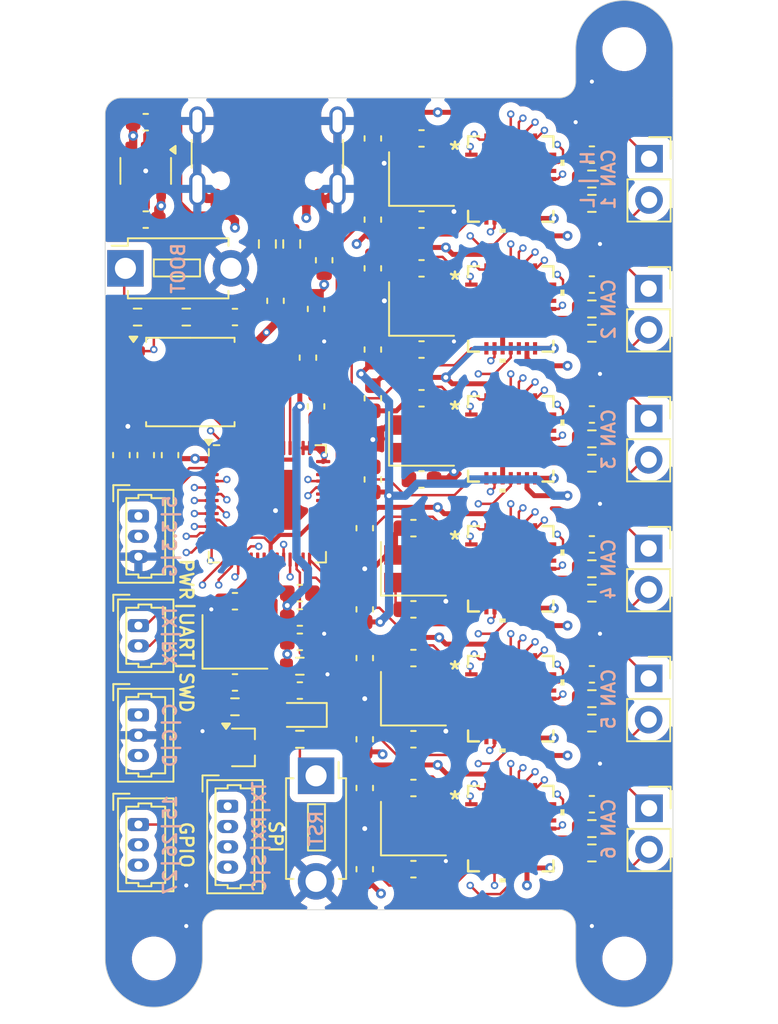
<source format=kicad_pcb>
(kicad_pcb (version 20241229) (generator "pcbnew") (generator_version "9.0")
  (layers (0 "F.Cu" signal) (4 "In1.Cu" signal) (6 "In2.Cu" signal) (2 "B.Cu" signal) (13 "F.Paste" user) (15 "B.Paste" user) (5 "F.SilkS" user "F.Silkscreen") (7 "B.SilkS" user "B.Silkscreen") (1 "F.Mask" user) (3 "B.Mask" user) (25 "Edge.Cuts" user))
  (net 0 "")
  (net 1 "/XIN")
  (net 2 "GND")
  (net 3 "Net-(C2-Pad1)")
  (net 4 "RUN")
  (net 5 "+1V1")
  (net 6 "+3V3")
  (net 7 "+5V")
  (net 8 "/CAN Output 1/OSC1")
  (net 9 "/CAN Output 1/OSC2")
  (net 10 "Net-(C22-Pad1)")
  (net 11 "Net-(C29-Pad1)")
  (net 12 "Net-(C36-Pad1)")
  (net 13 "Net-(C43-Pad1)")
  (net 14 "Net-(C50-Pad1)")
  (net 15 "Net-(C57-Pad1)")
  (net 16 "/CAN Output 2/OSC1")
  (net 17 "RX0")
  (net 18 "SWCLK")
  (net 19 "SWD")
  (net 20 "TX0")
  (net 21 "D+")
  (net 22 "D-")
  (net 27 "/XOUT")
  (net 28 "/ucd-")
  (net 29 "/ucd+")
  (net 30 "/QSPI_SS")
  (net 31 "CAN1L")
  (net 32 "CAN1H")
  (net 33 "CAN2L")
  (net 34 "CAN2H")
  (net 35 "CAN3L")
  (net 36 "CAN3H")
  (net 37 "CAN4L")
  (net 38 "CAN4H")
  (net 39 "CAN5L")
  (net 40 "CAN5H")
  (net 41 "CAN6L")
  (net 42 "CAN6H")
  (net 43 "/CAN Output 2/OSC2")
  (net 44 "/QSPI_SD1")
  (net 45 "/CAN Output 3/OSC1")
  (net 46 "CAN6 INT")
  (net 47 "/QSPI_SD3")
  (net 48 "SPI0 RX")
  (net 49 "CAN3 INT")
  (net 50 "/CAN Output 3/OSC2")
  (net 51 "/QSPI_SD2")
  (net 52 "CAN4 INT")
  (net 53 "SPI0 6CS")
  (net 54 "CAN2 INT1")
  (net 55 "CAN1 INT1")
  (net 56 "CAN4 INT1")
  (net 57 "/CAN Output 4/OSC1")
  (net 58 "CAN2 INT")
  (net 59 "/QSPI_SD0")
  (net 60 "SPI0 2CS")
  (net 61 "CAN1 INT")
  (net 62 "/CAN Output 4/OSC2")
  (net 63 "SPI0 SCK")
  (net 64 "SPI0 TX")
  (net 65 "SPI0 4CS")
  (net 66 "CAN6 INT1")
  (net 67 "/QSPI_SCLK")
  (net 68 "CAN5 INT1")
  (net 69 "CAN5 INT")
  (net 70 "SPI0 1CS")
  (net 71 "CAN3 INT1")
  (net 72 "SPI0 5CS")
  (net 73 "SPI0 3CS")
  (net 74 "/CAN Output 5/OSC1")
  (net 80 "Net-(U4-TXCAN)")
  (net 81 "Net-(U4-RXCAN)")
  (net 82 "/CAN Output 1/STBY")
  (net 83 "/CAN Output 5/OSC2")
  (net 88 "Net-(U5-TXCAN)")
  (net 90 "/CAN Output 2/STBY")
  (net 91 "/CAN Output 6/OSC1")
  (net 97 "Net-(U5-RXCAN)")
  (net 100 "/CAN Output 6/OSC2")
  (net 104 "/CAN Output 3/STBY")
  (net 106 "Net-(U6-RXCAN)")
  (net 108 "Net-(U6-TXCAN)")
  (net 109 "/CAN Output 4/STBY")
  (net 111 "Net-(U7-RXCAN)")
  (net 114 "ADC 1")
  (net 118 "Net-(U7-TXCAN)")
  (net 120 "SPI1 TX")
  (net 121 "Net-(U8-RXCAN)")
  (net 122 "/CAN Output 5/STBY")
  (net 123 "Net-(U8-TXCAN)")
  (net 134 "Net-(U9-RXCAN)")
  (net 136 "/CAN Output 6/STBY")
  (net 137 "Net-(U9-TXCAN)")
  (net 141 "SPI1 SCK")
  (net 142 "SPI1 RX")
  (net 143 "SPI1 CSn")
  (net 144 "ADC 0")
  (net 145 "GPIO 15")
  (net 146 "Net-(R5-Pad2)")
  (net 147 "Net-(D1-K)")
  (net 148 "Net-(Q1-D)")
  (footprint "Capacitor_SMD:C_0603_1608Metric" (layer "F.Cu") (at 43 51.5 90)
    (property "Reference" "C48" (hide yes))
    (property "Value" "100n")
  )
  (footprint "Crystal:Crystal_SMD_3225-4Pin_3.2x2.5mm" (layer "F.Cu") (at 46 57)
    (property "Reference" "Y7" (hide yes))
    (property "Value" "40MHz")
  )
  (footprint "Capacitor_SMD:C_0603_1608Metric" (layer "F.Cu") (at 46 54.5 180)
    (property "Reference" "C54" (hide yes))
    (property "Value" "18p")
  )
  (footprint "Resistor_SMD:R_0603_1608Metric" (layer "F.Cu") (at 35 49.5 180)
    (property "Reference" "R2" (hide yes))
    (property "Value" "1k")
  )
  (footprint "Capacitor_SMD:C_0603_1608Metric" (layer "F.Cu") (at 43.5 35.5 90)
    (property "Reference" "C34" (hide yes))
    (property "Value" "100n")
  )
  (footprint "Connector_USB:USB_C_Receptacle_GCT_USB4105-xx-A_16P_TopMnt_Horizontal" (layer "F.Cu") (at 37 14.5 180)
    (property "Reference" "J3" (hide yes))
    (property "Value" "USB_C_Receptacle_USB2.0_16P")
  )
  (footprint "Capacitor_SMD:C_0603_1608Metric" (layer "F.Cu") (at 43 54.5 -90)
    (property "Reference" "C56" (hide yes))
    (property "Value" "100n")
  )
  (footprint "Crystal:Crystal_SMD_3225-4Pin_3.2x2.5mm" (layer "F.Cu") (at 35 45.5)
    (property "Reference" "Y1" (hide yes))
    (property "Value" "12MHz")
  )
  (footprint "MCP251863T_E_9PX:VQFN28_9PX_3p25X3p25EPAD_MCH" (layer "F.Cu") (at 52 49)
    (property "Reference" "U8" (hide yes))
    (property "Value" "MCP251863T-E/9PX")
  )
  (footprint "Resistor_SMD:R_0603_1608Metric" (layer "F.Cu") (at 57 33)
    (property "Reference" "R12" (hide yes))
    (property "Value" "60")
  )
  (footprint "Capacitor_SMD:C_0603_1608Metric" (layer "F.Cu") (at 28 34 90)
    (property "Reference" "C11" (hide yes))
    (property "Value" "100n")
  )
  (footprint "Capacitor_SMD:C_0603_1608Metric" (layer "F.Cu") (at 43 43.5 90)
    (property "Reference" "C41" (hide yes))
    (property "Value" "100n")
  )
  (footprint "Capacitor_SMD:C_0603_1608Metric" (layer "F.Cu") (at 37.5 24.5 90)
    (property "Reference" "C8" (hide yes))
    (property "Value" "100n")
  )
  (footprint "Capacitor_SMD:C_0603_1608Metric" (layer "F.Cu") (at 35 25.5)
    (property "Reference" "C9" (hide yes))
    (property "Value" "100n")
  )
  (footprint "Capacitor_SMD:C_0603_1608Metric" (layer "F.Cu") (at 31 34 90)
    (property "Reference" "C13" (hide yes))
    (property "Value" "100n")
  )
  (footprint "Resistor_SMD:R_0603_1608Metric" (layer "F.Cu") (at 38.5 21 -90)
    (property "Reference" "R4" (hide yes))
    (property "Value" "27")
  )
  (footprint "Capacitor_SMD:C_0603_1608Metric" (layer "F.Cu") (at 46.5 30.5 180)
    (property "Reference" "C33" (hide yes))
    (property "Value" "18p")
  )
  (footprint "Capacitor_SMD:C_0603_1608Metric" (layer "F.Cu") (at 46.5 27.5)
    (property "Reference" "C25" (hide yes))
    (property "Value" "18p")
  )
  (footprint "Connector_Molex:Molex_PicoBlade_53047-0410_1x04_P1.25mm_Vertical" (layer "F.Cu") (at 34.55 55.625 -90)
    (property "Reference" "J2" (hide yes))
    (property "Value" "Conn_01x04")
  )
  (footprint "Capacitor_SMD:C_0603_1608Metric" (layer "F.Cu") (at 57 15.5 180)
    (property "Reference" "C22" (hide yes))
    (property "Value" "4.7n")
  )
  (footprint "Capacitor_SMD:C_0603_1608Metric" (layer "F.Cu") (at 46 59.5)
    (property "Reference" "C53" (hide yes))
    (property "Value" "18p")
  )
  (footprint "MCP251863T_E_9PX:VQFN28_9PX_3p25X3p25EPAD_MCH" (layer "F.Cu") (at 52 17)
    (property "Reference" "U4" (hide yes))
    (property "Value" "MCP251863T-E/9PX")
  )
  (footprint "Capacitor_SMD:C_0603_1608Metric" (layer "F.Cu") (at 46.5 35.5)
    (property "Reference" "C32" (hide yes))
    (property "Value" "18p")
  )
  (footprint "Capacitor_SMD:C_0603_1608Metric" (layer "F.Cu") (at 43.5 27.5 90)
    (property "Reference" "C27" (hide yes))
    (property "Value" "100n")
  )
  (footprint "MountingHole:MountingHole_2.2mm_M2" (layer "F.Cu") (at 59 9)
    (property "Reference" "REF**" (hide yes))
    (property "Value" "MountingHole_2.2mm_M2")
  )
  (footprint "Crystal:Crystal_SMD_3225-4Pin_3.2x2.5mm" (layer "F.Cu") (at 46.5 25)
    (property "Reference" "Y3" (hide yes))
    (property "Value" "40MHz")
  )
  (footprint "Capacitor_SMD:C_0603_1608Metric" (layer "F.Cu") (at 57 31.5 180)
    (property "Reference" "C36" (hide yes))
    (property "Value" "4.7n")
  )
  (footprint "MountingHole:MountingHole_2.2mm_M2" (layer "F.Cu") (at 30 65)
    (property "Reference" "REF**" (hide yes))
    (property "Value" "MountingHole_2.2mm_M2")
  )
  (footprint "Capacitor_SMD:C_0603_1608Metric" (layer "F.Cu") (at 46 38.5 180)
    (property "Reference" "C40" (hide yes))
    (property "Value" "18p")
  )
  (footprint "Resistor_SMD:R_0603_1608Metric" (layer "F.Cu") (at 57 50.5)
    (property "Reference" "R15" (hide yes))
    (property "Value" "60")
  )
  (footprint "Capacitor_SMD:C_0603_1608Metric" (layer "F.Cu") (at 57 39.5 180)
    (property "Reference" "C43" (hide yes))
    (property "Value" "4.7n")
  )
  (footprint "MCP251863T_E_9PX:VQFN28_9PX_3p25X3p25EPAD_MCH" (layer "F.Cu") (at 52 57)
    (property "Reference" "U9" (hide yes))
    (property "Value" "MCP251863T-E/9PX")
  )
  (footprint "MCP251863T_E_9PX:VQFN28_9PX_3p25X3p25EPAD_MCH" (layer "F.Cu") (at 52 41)
    (property "Reference" "U7" (hide yes))
    (property "Value" "MCP251863T-E/9PX")
  )
  (footprint "Connector_PinSocket_2.54mm:PinSocket_1x02_P2.54mm_Vertical" (layer "F.Cu") (at 60.5 47.75)
    (property "Reference" "J8" (hide yes))
    (property "Value" "Conn_01x02")
  )
  (footprint "Resistor_SMD:R_0603_1608Metric" (layer "F.Cu") (at 57 57)
    (property "Reference" "R18" (hide yes))
    (property "Value" "60")
  )
  (footprint "Capacitor_SMD:C_0603_1608Metric" (layer "F.Cu") (at 29.5 34 90)
    (property "Reference" "C12" (hide yes))
    (property "Value" "100n")
  )
  (footprint "Resistor_SMD:R_0603_1608Metric" (layer "F.Cu") (at 57 26.5)
    (property "Reference" "R9" (hide yes))
    (property "Value" "60")
  )
  (footprint "Capacitor_SMD:C_0603_1608Metric" (layer "F.Cu") (at 40 31 90)
    (property "Reference" "C7" (hide yes))
    (property "Value" "1u")
  )
  (footprint "Package_SO:SOIC-8_5.23x5.23mm_P1.27mm" (layer "F.Cu") (at 32.25 29.5)
    (property "Reference" "U2" (hide yes))
    (property "Value" "W25Q128JVS")
  )
  (footprint "Resistor_SMD:R_0603_1608Metric" (layer "F.Cu") (at 57 18.5)
    (property "Reference" "R7" (hide yes))
    (property "Value" "60")
  )
  (footprint "Capacitor_SMD:C_0603_1608Metric" (layer "F.Cu") (at 46.5 19.5)
    (property "Reference" "C18" (hide yes))
    (property "Value" "18p")
  )
  (footprint "Crystal:Crystal_SMD_3225-4Pin_3.2x2.5mm" (layer "F.Cu") (at 46 41)
    (property "Reference" "Y5" (hide yes))
    (property "Value" "40MHz")
  )
  (footprint "Capacitor_SMD:C_0603_1608Metric" (layer "F.Cu") (at 57 47.5 180)
    (property "Reference" "C50" (hide yes))
    (property "Value" "4.7n")
  )
  (footprint "Resistor_SMD:R_0603_1608Metric" (layer "F.Cu") (at 32 25.5 180)
    (property "Reference" "R6" (hide yes))
    (property "Value" "DNF")
  )
  (footprint "Button_Switch_THT:SW_PUSH_1P1T_6x3.5mm_H5.0_APEM_MJTP1250" (layer "F.Cu") (at 28.25 22.5)
    (property "Reference" "SW2" (hide yes))
    (property "Value" "SW_Push")
  )
  (footprint "Capacitor_SMD:C_0603_1608Metric" (layer "F.Cu") (at 40 25 -90)
    (property "Reference" "C15" (hide yes))
    (property "Value" "100n")
  )
  (footprint "Connector_PinSocket_2.54mm:PinSocket_1x02_P2.54mm_Vertical" (layer "F.Cu") (at 60.5 39.75)
    (property "Reference" "J7" (hide yes))
    (property "Value" "Conn_01x02")
  )
  (footprint "Crystal:Crystal_SMD_3225-4Pin_3.2x2.5mm" (layer "F.Cu") (at 46.5 33)
    (property "Reference" "Y4" (hide yes))
    (property "Value" "40MHz")
  )
  (footprint "Capacitor_SMD:C_0603_1608Metric" (layer "F.Cu") (at 43 38.5 -90)
    (property "Reference" "C42" (hide yes))
    (property "Value" "100n")
  )
  (footprint "MCP251863T_E_9PX:VQFN28_9PX_3p25X3p25EPAD_MCH" (layer "F.Cu") (at 52 33)
    (property "Reference" "U6" (hide yes))
    (property "Value" "MCP251863T-E/9PX")
  )
  (footprint "Capacitor_SMD:C_0603_1608Metric" (layer "F.Cu") (at 46.5 14.5 180)
    (property "Reference" "C19" (hide yes))
    (property "Value" "18p")
  )
  (footprint "Capacitor_SMD:C_0603_1608Metric" (layer "F.Cu") (at 29.5 19.5 180)
    (property "Reference" "C17" (hide yes))
    (property "Value" "10u")
  )
  (footprint "Capacitor_SMD:C_0603_1608Metric" (layer "F.Cu") (at 43.5 30.5 -90)
    (property "Reference" "C35" (hide yes))
    (property "Value" "100n")
  )
  (footprint "Capacitor_SMD:C_0603_1608Metric" (layer "F.Cu") (at 39 48.5)
    (property "Reference" "C3" (hide yes))
    (property "Value" "100n")
  )
  (footprint "MountingHole:MountingHole_2.2mm_M2" (layer "F.Cu") (at 59 65)
    (property "Reference" "REF**" (hide yes))
    (property "Value" "MountingHole_2.2mm_M2")
  )
  (footprint "Capacitor_SMD:C_0603_1608Metric" (layer "F.Cu") (at 46.5 22.5 180)
    (property "Reference" "C26" (hide yes))
    (property "Value" "18p")
  )
  (footprint "Capacitor_SMD:C_0603_1608Metric" (layer "F.Cu") (at 43.5 19.5 90)
    (property "Reference" "C20" (hide yes))
    (property "Value" "100n")
  )
  (footprint "Package_TO_SOT_SMD:SOT-23-5" (layer "F.Cu") (at 29.5 16.5 -90)
    (property "Reference" "U3" (hide yes))
    (property "Value" "MIC5504-3.3YM5")
  )
  (footprint "Capacitor_SMD:C_0603_1608Metric" (layer "F.Cu") (at 57 55.5 180)
    (property "Reference" "C57" (hide yes))
    (property "Value" "4.7n")
  )
  (footprint "Capacitor_SMD:C_0603_1608Metric" (layer "F.Cu") (at 46 43.5)
    (property "Reference" "C39" (hide yes))
    (property "Value" "18p")
  )
  (footprint "Resistor_SMD:R_0603_1608Metric" (layer "F.Cu") (at 39 47)
    (property "Reference" "R1" (hide yes))
    (property "Value" "10k")
  )
  (footprint "LED_SMD:LED_0603_1608Metric_Pad1.05x0.95mm_HandSolder" (layer "F.Cu") (at 39 50 180)
    (property "Reference" "D1" (hide yes))
    (property "Value" "LED")
  )
  (footprint "Capacitor_SMD:C_0603_1608Metric" (layer "F.Cu") (at 35 48)
    (property "Reference" "C2" (hide yes))
    (property "Value" "15p")
  )
  (footprint "Package_DFN_QFN:QFN-56-1EP_7x7mm_P0.4mm_EP3.2x3.2mm" (layer "F.Cu") (at 37 37)
    (property "Reference" "U1" (hide yes))
    (property "Value" "RP2040")
  )
  (footprint "Capacitor_SMD:C_0603_1608Metric" (layer "F.Cu") (at 43 46.5 -90)
    (property "Reference" "C49" (hide yes))
    (property "Value" "100n")
  )
  (footprint "Resistor_SMD:R_0603_1608Metric" (layer "F.Cu") (at 57 49)
    (property "Reference" "R16" (hide yes))
    (property "Value" "60")
  )
  (footprint "Resistor_SMD:R_0603_1608Metric" (layer "F.Cu") (at 57 58.5)
    (property "Reference" "R17" (hide yes))
    (property "Value" "60")
  )
  (footprint "Resistor_SMD:R_0603_1608Metric" (layer "F.Cu") (at 37 21 -90)
    (property "Reference" "R3" (hide yes))
    (property "Value" "27")
  )
  (footprint "Connector_Molex:Molex_PicoBlade_53047-0210_1x02_P1.25mm_Vertical" (layer "F.Cu") (at 29.05 44.5 -90)
    (property "Reference" "J10" (hide yes))
    (property "Value" "Conn_01x02")
  )
  (footprint "Capacitor_SMD:C_0603_1608Metric" (layer "F.Cu") (at 29.5 13.5)
    (property "Reference" "C16" (hide yes))
    (property "Value" "10u")
  )
  (footprint "Connector_Molex:Molex_PicoBlade_53047-0310_1x03_P1.25mm_Vertical" (layer "F.Cu") (at 29.05 56.75 -90)
    (property "Reference" "J1" (hide yes))
    (property "Value" "Conn_01x03")
  )
  (footprint "Crystal:Crystal_SMD_3225-4Pin_3.2x2.5mm" (layer "F.Cu") (at 46.5 17)
    (property "Reference" "Y2" (hide yes))
    (property "Value" "40MHz")
  )
  (footprint "Resistor_SMD:R_0603_1608Metric" (layer "F.Cu") (at 39 51.5 180)
    (property "Reference" "R19" (hide yes))
    (property "Value" "1k")
  )
  (footprint "Connector_PinSocket_2.54mm:PinSocket_1x02_P2.54mm_Vertical" (layer "F.Cu") (at 60.5 31.75)
    (property "Reference" "J6" (hide yes))
    (property "Value" "Conn_01x02")
  )
  (footprint "Capacitor_SMD:C_0603_1608Metric" (layer "F.Cu") (at 39.5 28 90)
    (property "Reference" "C6" (hide yes))
    (property "Value" "1u")
  )
  (footprint "Capacitor_SMD:C_0603_1608Metric" (layer "F.Cu") (at 46 46.5 180)
    (property "Reference" "C47" (hide yes))
    (property "Value" "18p")
  )
  (footprint "Connector_PinSocket_2.54mm:PinSocket_1x02_P2.54mm_Vertical" (layer "F.Cu") (at 60.525 55.75)
    (property "Reference" "J9" (hide yes))
    (property "Value" "Conn_01x02")
  )
  (footprint "Resistor_SMD:R_0603_1608Metric" (layer "F.Cu") (at 29 25.5 180)
    (property "Reference" "R5" (hide yes))
    (property "Value" "1k")
  )
  (footprint "Resistor_SMD:R_0603_1608Metric" (layer "F.Cu") (at 57 41)
    (property "Reference" "R14" (hide yes))
    (property "Value" "60")
  )
  (footprint "Package_TO_SOT_SMD:SOT-323_SC-70" (layer "F.Cu") (at 35.5 52)
    (property "Reference" "Q1" (hide yes))
    (property "Value" "NMOS")
  )
  (footprint "Resistor_SMD:R_0603_1608Metric" (layer "F.Cu") (at 57 34.5)
    (property "Reference" "R11" (hide yes))
    (property "Value" "60")
  )
  (footprint "Capacitor_SMD:C_0603_1608Metric" (layer "F.Cu") (at 35 43 180)
    (property "Reference" "C1" (hide yes))
    (property "Value" "15p")
  )
  (footprint "Resistor_SMD:R_0603_1608Metric" (layer "F.Cu") (at 57 42.5)
    (property "Reference" "R13" (hide yes))
    (property "Value" "60")
  )
  (footprint "Resistor_SMD:R_0603_1608Metric" (layer "F.Cu") (at 57 17)
    (property "Reference" "R8" (hide yes))
    (property "Value" "60")
  )
  (footprint "Capacitor_SMD:C_0603_1608Metric" (layer "F.Cu") (at 46 51.5)
    (property "Reference" "C46" (hide yes))
    (property "Value" "18p")
  )
  (footprint "Capacitor_SMD:C_0603_1608Metric" (layer "F.Cu") (at 43.5 22.5 -90)
    (property "Reference" "C28" (hide yes))
    (property "Value" "100n")
  )
  (footprint "Capacitor_SMD:C_0603_1608Metric" (layer "F.Cu") (at 39 44)
    (property "Reference" "C4" (hide yes))
    (property "Value" "100n")
  )
  (footprint "Capacitor_SMD:C_0603_1608Metric" (layer "F.Cu") (at 39 45.5)
    (property "Reference" "C14" (hide yes))
    (property "Value" "100n")
  )
  (footprint "Capacitor_SMD:C_0603_1608Metric" (layer "F.Cu") (at 39 42.5)
    (property "Reference" "C5" (hide yes))
    (property "Value" "100n")
  )
  (footprint "Capacitor_SMD:C_0603_1608Metric" (layer "F.Cu") (at 40.5 22 90)
    (property "Reference" "C10" (hide yes))
    (property "Value" "100n")
  )
  (footprint "Capacitor_SMD:C_0603_1608Metric" (layer "F.Cu") (at 43 59.5 90)
    (property "Reference" "C55" (hide yes))
    (property "Value" "100n")
  )
  (footprint "Crystal:Crystal_SMD_3225-4Pin_3.2x2.5mm" (layer "F.Cu") (at 46 49)
    (property "Reference" "Y6" (hide yes))
    (property "Value" "40MHz")
  )
  (footprint "Resistor_SMD:R_0603_1608Metric" (layer "F.Cu") (at 57 25)
    (property "Reference" "R10" (hide yes))
    (property "Value" "60")
  )
  (footprint "Capacitor_SMD:C_0603_1608Metric" (layer "F.Cu") (at 57 23.5 180)
    (property "Reference" "C29" (hide yes))
    (property "Value" "4.7n")
  )
  (footprint "Connector_Molex:Molex_PicoBlade_53047-0310_1x03_P1.25mm_Vertical" (layer "F.Cu") (at 29.05 37.75 -90)
    (property "Reference" "J12" (hide yes))
    (property "Value" "Conn_01x03")
  )
  (footprint "Connector_PinSocket_2.54mm:PinSocket_1x02_P2.54mm_Vertical" (layer "F.Cu") (at 60.5 23.75)
    (property "Reference" "J5" (hide yes))
    (property "Value" "Conn_01x02")
  )
  (footprint "Connector_PinSocket_2.54mm:PinSocket_1x02_P2.54mm_Vertical" (layer "F.Cu") (at 60.525 15.75)
    (property "Reference" "J4" (hide yes))
    (property "Value" "Conn_01x02")
  )
  (footprint "Connector_Molex:Molex_PicoBlade_53047-0310_1x03_P1.25mm_Vertical" (layer "F.Cu") (at 29.05 50 -90)
    (property "Reference" "J11" (hide yes))
    (property "Value" "Conn_01x03")
  )
  (footprint "Capacitor_SMD:C_0603_1608Metric" (layer "F.Cu") (at 43.5 14.5 -90)
    (property "Reference" "C21" (hide yes))
    (property "Value" "100n")
  )
  (footprint "MCP251863T_E_9PX:VQFN28_9PX_3p25X3p25EPAD_MCH" (layer "F.Cu") (at 52 25)
    (property "Reference" "U5" (hide yes))
    (property "Value" "MCP251863T-E/9PX")
  )
  (footprint "Button_Switch_THT:SW_PUSH_1P1T_6x3.5mm_H5.0_APEM_MJTP1250" (layer "F.Cu") (at 40 53.75 -90)
    (property "Reference" "SW1" (hide yes))
    (property "Value" "SW_Push")
  )
  (gr_line (start 55 62) (end 34 62) (stroke (width 0.05)) (layer "Edge.Cuts"))
  (gr_arc (start 62 65) (mid 59 68) (end 56 65) (stroke (width 0.05)) (layer "Edge.Cuts"))
  (gr_line (start 28 12) (end 55 12) (stroke (width 0.05)) (layer "Edge.Cuts"))
  (gr_arc (start 33 65) (mid 30 68) (end 27 65) (stroke (width 0.05)) (layer "Edge.Cuts"))
  (gr_line (start 56 63) (end 56 65) (stroke (width 0.05)) (layer "Edge.Cuts"))
  (gr_line (start 62 12) (end 62 62) (stroke (width 0.05)) (layer "Edge.Cuts"))
  (gr_line (start 62 62) (end 62 65) (stroke (width 0.05)) (layer "Edge.Cuts"))
  (gr_arc (start 56 9) (mid 59 6) (end 62 9) (stroke (width 0.05)) (layer "Edge.Cuts"))
  (gr_line (start 56 11) (end 56 9) (stroke (width 0.05)) (layer "Edge.Cuts"))
  (gr_line (start 27 62) (end 27 65) (stroke (width 0.05)) (layer "Edge.Cuts"))
  (gr_arc (start 27 13) (mid 27.292893 12.292893) (end 28 12) (stroke (width 0.05)) (layer "Edge.Cuts"))
  (gr_arc (start 56 11) (mid 55.707107 11.707107) (end 55 12) (stroke (width 0.05)) (layer "Edge.Cuts"))
  (gr_arc (start 33 63) (mid 33.292893 62.292893) (end 34 62) (stroke (width 0.05)) (layer "Edge.Cuts"))
  (gr_line (start 33 63) (end 33 65) (stroke (width 0.05)) (layer "Edge.Cuts"))
  (gr_arc (start 55 62) (mid 55.707107 62.292893) (end 56 63) (stroke (width 0.05)) (layer "Edge.Cuts"))
  (gr_line (start 62 12) (end 62 9) (stroke (width 0.05)) (layer "Edge.Cuts"))
  (gr_line (start 27 62) (end 27 13) (stroke (width 0.05)) (layer "Edge.Cuts"))
  (gr_text "PWR|UART|SWD" (at 32 45.125 270) (layer "F.SilkS") (effects (font (size 0.8 0.8) (thickness 0.15) (bold yes))))
  (gr_text "GPIO" (at 32 58 270) (layer "F.SilkS") (effects (font (size 0.8 0.8) (thickness 0.15) (bold yes))))
  (gr_text "SPI" (at 37.5 57.5 270) (layer "F.SilkS") (effects (font (size 0.8 0.8) (thickness 0.15) (bold yes))))
  (gr_text "CAN 2" (at 58.5 25.02 90) (layer "B.SilkS") (effects (font (size 0.8 0.8) (thickness 0.15) (bold yes)) (justify bottom mirror)))
  (gr_text "BOOT" (at 31.5 22.5 90) (layer "B.SilkS") (effects (font (size 0.8 0.8) (thickness 0.15) (bold yes)) (justify mirror)))
  (gr_text "RST" (at 40 57 90) (layer "B.SilkS") (effects (font (size 0.8 0.8) (thickness 0.15) (bold yes)) (justify mirror)))
  (gr_text "CAN 5" (at 58.5 49.02 90) (layer "B.SilkS") (effects (font (size 0.8 0.8) (thickness 0.15) (bold yes)) (justify bottom mirror)))
  (gr_text "TX|RX|S|C" (at 36.5 57.5 90) (layer "B.SilkS") (effects (font (size 0.8 0.8) (thickness 0.15) (bold yes)) (justify mirror)))
  (gr_text "H | L\nCAN 1" (at 58.5 17.02 90) (layer "B.SilkS") (effects (font (size 0.8 0.8) (thickness 0.15) (bold yes)) (justify bottom mirror)))
  (gr_text "C|G|D" (at 31 51.25 90) (layer "B.SilkS") (effects (font (size 0.8 0.8) (thickness 0.15) (bold yes)) (justify mirror)))
  (gr_text "15|26|27" (at 31 58 90) (layer "B.SilkS") (effects (font (size 0.8 0.8) (thickness 0.15) (bold yes)) (justify mirror)))
  (gr_text "CAN 3" (at 58.5 33.02 90) (layer "B.SilkS") (effects (font (size 0.8 0.8) (thickness 0.15) (bold yes)) (justify bottom mirror)))
  (gr_text "TX|RX" (at 31 45.125 90) (layer "B.SilkS") (effects (font (size 0.8 0.8) (thickness 0.15) (bold yes)) (justify mirror)))
  (gr_text "CAN 6" (at 58.5 57.02 90) (layer "B.SilkS") (effects (font (size 0.8 0.8) (thickness 0.15) (bold yes)) (justify bottom mirror)))
  (gr_text "5|3.3|G" (at 31 39 90) (layer "B.SilkS") (effects (font (size 0.8 0.8) (thickness 0.15) (bold yes)) (justify mirror)))
  (gr_text "CAN 4" (at 58.5 41.02 90) (layer "B.SilkS") (effects (font (size 0.8 0.8) (thickness 0.15) (bold yes)) (justify bottom mirror)))
  (segment (start 36.4 42.375) (end 36.4 40.4375) (width 0.1524) (layer "F.Cu") (net 1))
  (segment (start 35.775 43) (end 36.4 42.375) (width 0.1524) (layer "F.Cu") (net 1))
  (segment (start 36.1 44.65) (end 36.1 43.325) (width 0.1524) (layer "F.Cu") (net 1))
  (segment (start 36.1 43.325) (end 35.775 43) (width 0.1524) (layer "F.Cu") (net 1))
  (segment (start 37 37) (end 37 36.5) (width 0.508) (layer "F.Cu") (net 2))
  (segment (start 40 26.5) (end 40.5 27) (width 0.3048) (layer "F.Cu") (net 2))
  (segment (start 37 37) (end 37.4188 37.4188) (width 0.3048) (layer "F.Cu") (net 2))
  (segment (start 43 55.275) (end 44.025 55.275) (width 0.3048) (layer "F.Cu") (net 2))
  (segment (start 46.775 58.175) (end 46.775 59.5) (width 0.3048) (layer "F.Cu") (net 2))
  (segment (start 40.2798 28.5) (end 40.2798 29.9452) (width 0.3048) (layer "F.Cu") (net 2))
  (segment (start 33.8 18.225) (end 33.28 18.225) (width 0.508) (layer "F.Cu") (net 2))
  (segment (start 51.500001 25.499999) (end 52 25) (width 0.3048) (layer "F.Cu") (net 2))
  (segment (start 47.275 19.5) (end 48 19.5) (width 0.3048) (layer "F.Cu") (net 2))
  (segment (start 49.5743 58.5) (end 50.5 58.5) (width 0.3048) (layer "F.Cu") (net 2))
  (segment (start 44.55 48.5) (end 44.9 48.15) (width 0.3048) (layer "F.Cu") (net 2))
  (segment (start 43.5 48.5) (end 43 49) (width 0.3048) (layer "F.Cu") (net 2))
  (segment (start 49.5743 18.5) (end 49 18.5) (width 0.3048) (layer "F.Cu") (net 2))
  (segment (start 44.35 56.15) (end 43.5 57) (width 0.3048) (layer "F.Cu") (net 2))
  (segment (start 43.5 34.725) (end 43.5 33.0452) (width 0.3048) (layer "F.Cu") (net 2))
  (segment (start 29.5 18.725) (end 28.725 19.5) (width 0.508) (layer "F.Cu") (net 2))
  (segment (start 40 45.5) (end 40.5 45) (width 0.3048) (layer "F.Cu") (net 2))
  (segment (start 47.275 27.5) (end 48 27.5) (width 0.3048) (layer "F.Cu") (net 2))
  (segment (start 36.1 47.675) (end 35.775 48) (width 0.3048) (layer "F.Cu") (net 2))
  (segment (start 40.7046 46.4296) (end 40.7046 47.5704) (width 0.3048) (layer "F.Cu") (net 2))
  (segment (start 44.95 31.275) (end 45.725 30.5) (width 0.3048) (layer "F.Cu") (net 2))
  (segment (start 39.775 45.5) (end 40.7046 46.4296) (width 0.3048) (layer "F.Cu") (net 2))
  (segment (start 46.775 50.175) (end 46.775 51.5) (width 0.3048) (layer "F.Cu") (net 2))
  (segment (start 28.4 31.405) (end 28.4 32.229559) (width 0.508) (layer "F.Cu") (net 2))
  (segment (start 47.1 49.85) (end 46.775 50.175) (width 0.3048) (layer "F.Cu") (net 2))
  (segment (start 51.500001 19.4257) (end 51.500001 17.499999) (width 0.3048) (layer "F.Cu") (net 2))
  (segment (start 29.5 15.3625) (end 29.5 18.725) (width 0.508) (layer "F.Cu") (net 2))
  (segment (start 47.275 34.175) (end 47.275 35.5) (width 0.3048) (layer "F.Cu") (net 2))
  (segment (start 39.775 45.5) (end 40 45.5) (width 0.3048) (layer "F.Cu") (net 2))
  (segment (start 47.6 18.1) (end 48.5 19) (width 0.3048) (layer "F.Cu") (net 2))
  (segment (start 47.1 50.1) (end 48 51) (width 0.3048) (layer "F.Cu") (net 2))
  (segment (start 49.5743 26.5) (end 49 26.5) (width 0.3048) (layer "F.Cu") (net 2))
  (segment (start 44.2101 24.5) (end 44.5601 24.15) (width 0.3048) (layer "F.Cu") (net 2))
  (segment (start 48 43) (end 48.5 42.5) (width 0.3048) (layer "F.Cu") (net 2))
  (segment (start 45.725 15.825) (end 45.4 16.15) (width 0.3048) (layer "F.Cu") (net 2))
  (segment (start 47.6 33.85) (end 47.6 34.1) (width 0.3048) (layer "F.Cu") (net 2))
  (segment (start 47.1 49.85) (end 47.1 50.1) (width 0.3048) (layer "F.Cu") (net 2))
  (segment (start 44.35 40.15) (end 43.5 41) (width 0.3048) (layer "F.Cu") (net 2))
  (segment (start 50.5 34.5) (end 52 33) (width 0.3048) (layer "F.Cu") (net 2))
  (segment (start 51.500001 33.499999) (end 52 33) (width 0.3048) (layer "F.Cu") (net 2))
  (segment (start 47.1 41.85) (end 47.1 42.1) (width 0.3048) (layer "F.Cu") (net 2))
  (segment (start 48 35.5) (end 48.5 35) (width 0.3048) (layer "F.Cu") (net 2))
  (segment (start 44.9 38.825) (end 45.225 38.5) (width 0.3048) (layer "F.Cu") (net 2))
  (segment (start 49.5743 50.5) (end 50.5 50.5) (width 0.3048) (layer "F.Cu") (net 2))
  (segment (start 47.6 34.1) (end 48.5 35) (width 0.3048) (layer "F.Cu") (net 2))
  (segment (start 44.9 56.15) (end 44.35 56.15) (width 0.3048) (layer "F.Cu") (net 2))
  (segment (start 30.275 13.5) (end 29.5 14.275) (width 0.3048) (layer "F.Cu") (net 2))
  (segment (start 40.2798 29.9452) (end 40 30.225) (width 0.3048) (layer "F.Cu") (net 2))
  (segment (start 44.9 46.825) (end 45.225 46.5) (width 0.3048) (layer "F.Cu") (net 2))
  (segment (start 47.6 25.85) (end 47.275 26.175) (width 0.3048) (layer "F.Cu") (net 2))
  (segment (start 43.5 23.275) (end 43.5 23.7899) (width 0.3048) (layer "F.Cu") (net 2))
  (segment (start 37.4188 37.4188) (end 37.5 37.4188) (width 0.3048) (layer "F.Cu") (net 2))
  (segment (start 33.725 43.5) (end 34.225 43) (width 0.3048) (layer "F.Cu") (net 2))
  (segment (start 40 25.775) (end 40 26.5) (width 0.3048) (layer "F.Cu") (net 2))
  (segment (start 43 42.725) (end 43 39.275) (width 0.3048) (layer "F.Cu") (net 2))
  (segment (start 46.775 42.175) (end 46.775 43.5) (width 0.3048) (layer "F.Cu") (net 2))
  (segment (start 44.9 56.15) (end 44.9 54.825) (width 0.3048) (layer "F.Cu") (net 2))
  (segment (start 51.500001 41.499999) (end 52 41) (width 0.3048) (layer "F.Cu") (net 2))
  (segment (start 49 26.5) (end 48.5 27) (width 0.3048) (layer "F.Cu") (net 2))
  (segment (start 36 41.5) (end 34.5 43) (width 0.254) (layer "F.Cu") (net 2))
  (segment (start 45.725 31.825) (end 45.725 30.5) (width 0.3048) (layer "F.Cu") (net 2))
  (segment (start 47.1 57.85) (end 46.775 58.175) (width 0.3048) (layer "F.Cu") (net 2))
  (segment (start 48 43) (end 47.5 43.5) (width 0.3048) (layer "F.Cu") (net 2))
  (segment (start 51.500001 51.4257) (end 51.500001 49.499999) (width 0.3048) (layer "F.Cu") (net 2))
  (segment (start 43 55.275) (end 43 58.725) (width 0.3048) (layer "F.Cu") (net 2))
  (segment (start 49.5743 42.5) (end 50.5 42.5) (width 0.3048) (layer "F.Cu") (net 2))
  (segment (start 51.500001 57.499999) (end 52 57) (width 0.3048) (layer "F.Cu") (net 2))
  (segment (start 45.4 24.15) (end 45.725 23.825) (width 0.3048) (layer "F.Cu") (net 2))
  (segment (start 48.5 50.5) (end 49.5743 50.5) (width 0.3048) (layer "F.Cu") (net 2))
  (segment (start 43.5 25.2101) (end 43.5 26.725) (width 0.3048) (layer "F.Cu") (net 2))
  (segment (start 44.9 54.825) (end 45.225 54.5) (width 0.3048) (layer "F.Cu") (net 2))
  (segment (start 44.5601 24.15) (end 45.4 24.15) (width 0.3048) (layer "F.Cu") (net 2))
  (segment (start 28.4 32.229559) (end 29.395441 33.225) (width 0.508) (layer "F.Cu") (net 2))
  (segment (start 35.975 23.725) (end 34.75 22.5) (width 0.3048) (layer "F.Cu") (net 2))
  (segment (start 45.725 23.825) (end 45.725 22.5) (width 0.3048) (layer "F.Cu") (net 2))
  (segment (start 44.1976 15.9726) (end 43.5 15.275) (width 0.3048) (layer "F.Cu") (net 2))
  (segment (start 35.775 25.5) (end 35.775 23.525) (width 0.3048) (layer "F.Cu") (net 2))
  (segment (start 40.2798 27.2202) (end 40.5 27) (width 0.3048) (layer "F.Cu") (net 2))
  (segment (start 49.5743 26.5) (end 50.5 26.5) (width 0.3048) (layer "F.Cu") (net 2))
  (segment (start 44.2101 24.5) (end 43.5 25.2101) (width 0.3048) (layer "F.Cu") (net 2))
  (segment (start 48 19.5) (end 48.5 19) (width 0.3048) (layer "F.Cu") (net 2))
  (segment (start 44.525 23.275) (end 45.4 24.15) (width 0.3048) (layer "F.Cu") (net 2))
  (segment (start 39.775 42.5) (end 39.775 45.5) (width 0.3048) (layer "F.Cu") (net 2))
  (segment (start 43 50.725) (end 43 47.275) (width 0.3048) (layer "F.Cu") (net 2))
  (segment (start 48 51) (end 47.5 51.5) (width 0.3048) (layer "F.Cu") (net 2))
  (segment (start 40.2798 28.0048) (end 40.2798 28.5) (width 0.3048) (layer "F.Cu") (net 2))
  (segment (start 44.9 40.15) (end 44.9 38.825) (width 0.3048) (layer "F.Cu") (net 2))
  (segment (start 28.4 32.229559) (end 28.4 32.825) (width 0.3048) (layer "F.Cu") (net 2))
  (segment (start 40.2 18.225) (end 40.72 18.225) (width 0.508) (layer "F.Cu") (net 2))
  (segment (start 29.395441 33.225) (end 29.5 33.225) (width 0.508) (layer "F.Cu") (net 2))
  (segment (start 50.5 50.5) (end 52 49) (width 0.3048) (layer "F.Cu") (net 2))
  (segment (start 36 40.4375) (end 36 41.5) (width 0.254) (layer "F.Cu") (net 2))
  (segment (start 28.905 31.405) (end 29 31.5) (width 0.3048) (layer "F.Cu") (net 2))
  (segment (start 31 33.225) (end 28 33.225) (width 0.508) (layer "F.Cu") (net 2))
  (segment (start 43.5 17.0452) (end 43.5 18.725) (width 0.3048) (layer "F.Cu") (net 2))
  (segment (start 45.725 15.825) (end 45.725 14.5) (width 0.3048) (layer "F.Cu") (net 2))
  (segment (start 47.1 57.85) (end 47.1 58.1) (width 0.3048) (layer "F.Cu") (net 2))
  (segment (start 44.1976 16.3476) (end 44.1976 15.9726) (width 0.3048) (layer "F.Cu") (net 2))
  (segment (start 45.225 31.825) (end 44.9 32.15) (width 0.3048) (layer "F.Cu") (net 2))
  (segment (start 44.55 48.5) (end 43.5 48.5) (width 0.3048) (layer "F.Cu") (net 2))
  (segment (start 39.5 27.225) (end 40.2798 28.0048) (width 0.3048) (layer "F.Cu") (net 2))
  (segment (start 40.5 21.225) (end 40.5 18.445) (width 0.3048) (layer "F.Cu") (net 2))
  (segment (start 47.1 58.1) (end 48 59) (width 0.3048) (layer "F.Cu") (net 2))
  (segment (start 43.5 23.7899) (end 44.2101 24.5) (width 0.3048) (layer "F.Cu") (net 2))
  (segment (start 47.5 51.5) (end 46.775 51.5) (width 0.3048) (layer "F.Cu") (net 2))
  (segment (start 47.5 59.5) (end 48 59) (width 0.3048) (layer "F.Cu") (net 2))
  (segment (start 49 18.5) (end 48.5 19) (width 0.3048) (layer "F.Cu") (net 2))
  (segment (start 47.275 26.175) (end 47.275 27.5) (width 0.3048) (layer "F.Cu") (net 2))
  (segment (start 33.9 44.65) (end 34.15 44.65) (width 0.3048) (layer "F.Cu") (net 2))
  (segment (start 43.5 34.725) (end 43.5 31.275) (width 0.3048) (layer "F.Cu") (net 2))
  (segment (start 44.95 15.275) (end 45.725 14.5) (width 0.3048) (layer "F.Cu") (net 2))
  (segment (start 40 25.775) (end 40 26.725) (width 0.3048) (layer "F.Cu") (net 2))
  (segment (start 45.4 16.15) (end 44.3202 16.15) (width 0.3048) (layer "F.Cu") (net 2))
  (segment (start 43.5 57) (end 43 57) (width 0.3048) (layer "F.Cu") (net 2))
  (segment (start 47.6 33.85) (end 47.275 34.175) (width 0.3048) (layer "F.Cu") (net 2))
  (segment (start 33.28 18.225) (end 32.68 17.625) (width 0.508) (layer "F.Cu") (net 2))
  (segment (start 51.500001 35.4257) (end 51.500001 33.499999) (width 0.3048) (layer "F.Cu") (net 2))
  (segment (start 33.9 43.8572) (end 33.5428 43.5) (width 0.508) (layer "F.Cu") (net 2))
  (segment (start 47.6 25.85) (end 47.6 26.1) (width 0.3048) (layer "F.Cu") (net 2))
  (segment (start 48 51) (end 48.5 50.5) (width 0.3048) (layer "F.Cu") (net 2))
  (segment (start 43 57) (end 43 58.725) (width 0.3048) (layer "F.Cu") (net 2))
  (segment (start 43.5 33.0452) (end 44.3952 32.15) (width 0.3048) (layer "F.Cu") (net 2))
  (segment (start 40.72 18.225) (end 41.32 17.625) (width 0.508) (layer "F.Cu") (net 2))
  (segment (start 51.500001 17.499999) (end 52 17) (width 0.3048) (layer "F.Cu") (net 2))
  (segment (start 32.68 13.425) (end 32.68 17.625) (width 0.508) (layer "F.Cu") (net 2))
  (segment (start 49.5743 34.5) (end 50.5 34.5) (width 0.3048) (layer "F.Cu") (net 2))
  (segment (start 51.500001 49.499999) (end 52 49) (width 0.3048) (layer "F.Cu") (net 2))
  (segment (start 44.9 40.15) (end 44.35 40.15) (width 0.3048) (layer "F.Cu") (net 2))
  (segment (start 43.5 31.275) (end 44.95 31.275) (width 0.3048) (layer "F.Cu") (net 2))
  (segment (start 49.5743 18.5) (end 50.5 18.5) (width 0.3048) (layer "F.Cu") (net 2))
  (segment (start 40.7046 47.5704) (end 39.775 48.5) (width 0.3048) (layer "F.Cu") (net 2))
  (segment (start 51.500001 27.4257) (end 51.500001 25.499999) (width 0.3048) (layer "F.Cu") (net 2))
  (segment (start 45.4 32.15) (end 45.725 31.825) (width 0.3048) (layer "F.Cu") (net 2))
  (segment (start 50.5 26.5) (end 52 25) (width 0.3048) (layer "F.Cu") (net 2))
  (segment (start 50.5 42.5) (end 52 41) (width 0.3048) (layer "F.Cu") (net 2))
  (segment (start 36.1 46.35) (end 36.1 47.675) (width 0.3048) (layer "F.Cu") (net 2))
  (segment (start 47.6 26.1) (end 48.5 27) (width 0.3048) (layer "F.Cu") (net 2))
  (segment (start 35.85 46.35) (end 36.1 46.35) (width 0.3048) (layer "F.Cu") (net 2))
  (segment (start 43.5 23.275) (end 44.525 23.275) (width 0.3048) (layer "F.Cu") (net 2))
  (segment (start 29.5 14.275) (end 29.5 15.3625) (width 0.3048) (layer "F.Cu") (net 2))
  (segment (start 43.5 15.275) (end 44.95 15.275) (width 0.3048) (layer "F.Cu") (net 2))
  (segment (start 48.5 42.5) (end 49.5743 42.5) (width 0.3048) (layer "F.Cu") (net 2))
  (segment (start 51.500001 59.4257) (end 51.500001 57.499999) (width 0.3048) (layer "F.Cu") (net 2))
  (segment (start 34.3625 43) (end 34.225 43) (width 0.254) (layer "F.Cu") (net 2))
  (segment (start 44.1976 16.3476) (end 44.1976 16.0274) (width 0.3048) (layer "F.Cu") (net 2))
  (segment (start 44.1976 16.0274) (end 45.5226 16.0274) (width 0.3048) (layer "F.Cu") (net 2))
  (segment (start 40 26.725) (end 39.5 27.225) (width 0.3048) (layer "F.Cu") (net 2))
  (segment (start 47.275 35.5) (end 48 35.5) (width 0.3048) (layer "F.Cu") (net 2))
  (segment (start 35.775 25.5) (end 35.775 25.45) (width 0.3048) (layer "F.Cu") (net 2))
  (segment (start 44.9 48.15) (end 44.9 46.825) (width 0.3048) (layer "F.Cu") (net 2))
  (segment (start 44.3202 16.15) (end 44.1976 16.0274) (width 0.3048) (layer "F.Cu") (net 2))
  (segment (start 34.5 43) (end 34.225 43) (width 0.254) (layer "F.Cu") (net 2))
  (segment (start 49.5743 34.5) (end 49 34.5) (width 0.3048) (layer "F.Cu") (net 2))
  (segment (start 50.5 58.5) (end 52 57) (width 0.3048) (layer "F.Cu") (net 2))
  (segment (start 35.775 23.525) (end 34.75 22.5) (width 0.3048) (layer "F.Cu") (net 2))
  (segment (start 43.5 17.0452) (end 44.1976 16.3476) (width 0.3048) (layer "F.Cu") (net 2))
  (segment (start 34.15 44.65) (end 35.85 46.35) (width 0.3048) (layer "F.Cu") (net 2))
  (segment (start 50.5 18.5) (end 52 17) (width 0.3048) (layer "F.Cu") (net 2))
  (segment (start 47.6 17.85) (end 47.275 18.175) (width 0.3048) (layer "F.Cu") (net 2))
  (segment (start 47.275 18.175) (end 47.275 19.5) (width 0.3048) (layer "F.Cu") (net 2))
  (segment (start 40.5 18.445) (end 41.32 17.625) (width 0.3048) (layer "F.Cu") (net 2))
  (segment (start 47.1 42.1) (end 48 43) (width 0.3048) (layer "F.Cu") (net 2))
  (segment (start 40.2798 28.5) (end 40.2798 27.2202) (width 0.3048) (layer "F.Cu") (net 2))
  (segment (start 48.5 58.5) (end 48 59) (width 0.3048) (layer "F.Cu") (net 2))
  (segment (start 41.32 13.425) (end 41.32 17.625) (width 0.508) (layer "F.Cu") (net 2))
  (segment (start 33.4 44.65) (end 33.65 44.65) (width 0.3048) (layer "F.Cu") (net 2))
  (segment (start 44.025 55.275) (end 44.9 56.15) (width 0.3048) (layer "F.Cu") (net 2))
  (segment (start 47.1 41.85) (end 46.775 42.175) (width 0.3048) (layer "F.Cu") (net 2))
  (segment (start 43 50.725) (end 43 49) (width 0.3048) (layer "F.Cu") (net 2))
  (segment (start 45.5226 16.0274) (end 45.725 15.825) (width 0.3048) (layer "F.Cu") (net 2))
  (segment (start 35.775 25.45) (end 37.5 23.725) (width 0.3048) (layer "F.Cu") (net 2))
  (segment (start 49 34.5) (end 48.5 35) (width 0.3048) (layer "F.Cu") (net 2))
  (segment (start 46.775 59.5) (end 47.5 59.5) (width 0.3048) (layer "F.Cu") (net 2))
  (segment (start 33.5428 43.5) (end 33.725 43.5) (width 0.3048) (layer "F.Cu") (net 2))
  (segment (start 51.500001 43.4257) (end 51.500001 41.499999) (width 0.3048) (layer "F.Cu") (net 2))
  (segment (start 48 27.5) (end 48.5 27) (width 0.3048) (layer "F.Cu") (net 2))
  (segment (start 33.9 44.65) (end 33.9 43.8572) (width 0.508) (layer "F.Cu") (net 2))
  (segment (start 37.5 23.725) (end 35.975 23.725) (width 0.3048) (layer "F.Cu") (net 2))
  (segment (start 43.5 41) (end 43 41) (width 0.3048) (layer "F.Cu") (net 2))
  (segment (start 49.5743 58.5) (end 48.5 58.5) (width 0.3048) (layer "F.Cu") (net 2))
  (segment (start 44.3952 32.15) (end 45.4 32.15) (width 0.3048) (layer "F.Cu") (net 2))
  (segment (start 44.3202 16.15) (end 45.6096 16.15) (width 0.3048) (layer "F.Cu") (net 2))
  (segment (start 47.6 17.85) (end 47.6 18.1) (width 0.3048) (layer "F.Cu") (net 2))
  (segment (start 28.4 32.825) (end 28 33.225) (width 0.3048) (layer "F.Cu") (net 2))
  (segment (start 47.5 43.5) (end 46.775 43.5) (width 0.3048) (layer "F.Cu") (net 2))
  (via (at 57.5 21) (size 0.4572) (drill 0.254) (layers "F.Cu" "B.Cu") (net 2))
  (via (at 40.5 27) (size 0.4572) (drill 0.254) (layers "F.Cu" "B.Cu") (net 2))
  (via (at 48 43) (size 0.61) (drill 0.3) (layers "F.Cu" "B.Cu") (net 2))
  (via (at 43.5 33.0452) (size 0.61) (drill 0.3) (layers "F.Cu" "B.Cu") (net 2))
  (via (at 43 49) (size 0.61) (drill 0.3) (layers "F.Cu" "B.Cu") (net 2))
  (via (at 43 41) (size 0.61) (drill 0.3) (layers "F.Cu" "B.Cu") (net 2))
  (via (at 33.5428 43.5) (size 0.4572) (drill 0.254) (layers "F.Cu" "B.Cu") (net 2))
  (via (at 33 51) (size 0.4572) (drill 0.254) (layers "F.Cu" "B.Cu") (net 2))
  (via (at 32 63) (size 0.4572) (drill 0.254) (layers "F.Cu" "B.Cu") (net 2))
  (via (at 48 51) (size 0.61) (drill 0.3) (layers "F.Cu" "B.Cu") (net 2))
  (via (at 48.5 19) (size 0.61) (drill 0.3) (layers "F.Cu" "B.Cu") (net 2))
  (via (at 43 57) (size 0.61) (drill 0.3) (layers "F.Cu" "B.Cu") (net 2))
  (via (at 57.5 29) (size 0.4572) (drill 0.254) (layers "F.Cu" "B.Cu") (net 2))
  (via (at 57.5 37) (size 0.4572) (drill 0.254) (layers "F.Cu" "B.Cu") (net 2))
  (via (at 57.5 45) (size 0.4572) (drill 0.254) (layers "F.Cu" "B.Cu") (net 2))
  (via (at 48.5 27) (size 0.4572) (drill 0.254) (layers "F.Cu" "B.Cu") (net 2))
  (via (at 37.5 37.4188) (size 0.61) (drill 0.3) (layers "F.Cu" "B.Cu") (net 2))
  (via (at 40.5 45) (size 0.4572) (drill 0.254) (layers "F.Cu" "B.Cu") (net 2))
  (via (at 29.5 16.5) (size 0.61) (drill 0.3) (layers "F.Cu" "B.Cu") (net 2))
  (via (at 56 13.5) (size 0.4572) (drill 0.254) (layers "F.Cu" "B.Cu") (net 2))
  (via (at 57 11) (size 0.4572) (drill 0.254) (layers "F.Cu" "B.Cu") (net 2))
  (via (at 28.4 32.229559) (size 0.61) (drill 0.3) (layers "F.Cu" "B.Cu") (net 2))
  (via (at 48 59) (size 0.4572) (drill 0.254) (layers "F.Cu" "B.Cu") (net 2))
  (via (at 40.7046 47.5) (size 0.4572) (drill 0.254) (layers "F.Cu" "B.Cu") (net 2))
  (via (at 38 57) (size 0.61) (drill 0.3) (layers "F.Cu" "B.Cu") (net 2))
  (via (at 32 60.5) (size 0.4572) (drill 0.254) (layers "F.Cu" "B.Cu") (net 2))
  (via (at 44.2101 24.5) (size 0.61) (drill 0.3) (layers "F.Cu" "B.Cu") (net 2))
  (via (at 48.5 35) (size 0.61) (drill 0.3) (layers "F.Cu" "B.Cu") (net 2))
  (via (at 44.1976 16.0274) (size 0.61) (drill 0.3) (layers "F.Cu" "B.Cu") (net 2))
  (via (at 57.5 53) (size 0.4572) (drill 0.254) (layers "F.Cu" "B.Cu") (net 2))
  (via (at 57 63) (size 0.4572) (drill 0.254) (layers "F.Cu" "B.Cu") (net 2))
  (segment (start 32.675 17.045) (end 32.675 13.665) (width 0.508) (layer "B.Cu") (net 2))
  (segment (start 33.9 46.35) (end 33.9 47.675) (width 0.1524) (layer "F.Cu") (net 3))
  (segment (start 34.225 48) (end 34.225 49.45) (width 0.1524) (layer "F.Cu") (net 3))
  (segment (start 33.9 47.675) (end 34.225 48) (width 0.1524) (layer "F.Cu") (net 3))
  (segment (start 34.225 49.45) (end 34.175 49.5) (width 0.1524) (layer "F.Cu") (net 3))
  (segment (start 39.725 47) (end 38.225 48.5) (width 0.1524) (layer "F.Cu") (net 4))
  (segment (start 39 46.175) (end 39.825 47) (width 0.1524) (layer "F.Cu") (net 4))
  (segment (start 39 49.275) (end 39 52.75) (width 0.1524) (layer "F.Cu") (net 4))
  (segment (start 39 52.75) (end 40 53.75) (width 0.1524) (layer "F.Cu") (net 4))
  (segment (start 38.225 48.5) (end 39 49.275) (width 0.1524) (layer "F.Cu") (net 4))
  (segment (start 39.825 47) (end 39.725 47) (width 0.1524) (layer "F.Cu") (net 4))
  (segment (start 38.8 41.032631) (end 39 41.232631) (width 0.1524) (layer "F.Cu") (net 4))
  (segment (start 38.8 40.4375) (end 38.8 41.032631) (width 0.1524) (layer "F.Cu") (net 4))
  (segment (start 39 41.232631) (end 39 46.175) (width 0.1524) (layer "F.Cu") (net 4))
  (segment (start 39 31) (end 38.8 31.2) (width 0.254) (layer "F.Cu") (net 5))
  (segment (start 38.225 43.5) (end 38.225 43) (width 0.508) (layer "F.Cu") (net 5))
  (segment (start 38.225 43) (end 38.225 42.5) (width 0.508) (layer "F.Cu") (net 5))
  (segment (start 38.8 31.2) (end 38.8 33.5625) (width 0.254) (layer "F.Cu") (net 5))
  (segment (start 37.6 41.875) (end 38.225 42.5) (width 0.254) (layer "F.Cu") (net 5))
  (segment (start 36.8 33.5625) (end 36.8 34.067228) (width 0.254) (layer "F.Cu") (net 5))
  (segment (start 38.8 34.067228) (end 38.8 33.5625) (width 0.254) (layer "F.Cu") (net 5))
  (segment (start 37.012172 34.2794) (end 38.587828 34.2794) (width 0.254) (layer "F.Cu") (net 5))
  (segment (start 37.6 40.4375) (end 37.6 41.875) (width 0.254) (layer "F.Cu") (net 5))
  (segment (start 38.225 43.5) (end 38.225 43.261282) (width 0.508) (layer "F.Cu") (net 5))
  (segment (start 38.225 44) (end 38.225 43.5) (width 0.508) (layer "F.Cu") (net 5))
  (segment (start 39 29.275) (end 39 31) (width 0.3048) (layer "F.Cu") (net 5))
  (segment (start 39.5 28.775) (end 39 29.275) (width 0.3048) (layer "F.Cu") (net 5))
  (segment (start 38.587828 34.2794) (end 38.8 34.067228) (width 0.254) (layer "F.Cu") (net 5))
  (segment (start 36.8 34.067228) (end 37.012172 34.2794) (width 0.254) (layer "F.Cu") (net 5))
  (segment (start 38.225 43) (end 38.225 43.261282) (width 0.3048) (layer "F.Cu") (net 5))
  (via (at 39 31) (size 0.61) (drill 0.3) (layers "F.Cu" "B.Cu") (net 5))
  (via (at 38.225 43.261282) (size 0.61) (drill 0.3) (layers "F.Cu" "B.Cu") (net 5))
  (segment (start 39.5 41) (end 39.5 41.986282) (width 0.508) (layer "B.Cu") (net 5))
  (segment (start 38.789 31.211) (end 38.789 40.289) (width 0.508) (layer "B.Cu") (net 5))
  (segment (start 39 31) (end 38.789 31.211) (width 0.508) (layer "B.Cu") (net 5))
  (segment (start 39.5 41.986282) (end 38.225 43.261282) (width 0.508) (layer "B.Cu") (net 5))
  (segment (start 38.789 40.289) (end 39.5 41) (width 0.508) (layer "B.Cu") (net 5))
  (segment (start 40.5 34.3375) (end 40.4375 34.4) (width 0.1524) (layer "F.Cu") (net 6))
  (segment (start 36.899999 27.595) (end 37.6444 28.339401) (width 0.3048) (layer "F.Cu") (net 6))
  (segment (start 54.6555 35.4257) (end 53.5 35.4257) (width 0.3048) (layer "F.Cu") (net 6))
  (segment (start 51.152699 29.6094) (end 51.500001 29.956702) (width 0.3048) (layer "F.Cu") (net 6))
  (segment (start 38.175 46.308021) (end 38.225 46.258021) (width 0.3048) (layer "F.Cu") (net 6))
  (segment (start 38.175 47) (end 38.175 46.308021) (width 0.3048) (layer "F.Cu") (net 6))
  (segment (start 38.175 47) (end 37.308 47.867) (width 0.1524) (layer "F.Cu") (net 6))
  (segment (start 43.5 21.725) (end 43.8096 21.4154) (width 0.3048) (layer "F.Cu") (net 6))
  (segment (start 44.3344 12.8906) (end 47.5 12.8906) (width 0.3048) (layer "F.Cu") (net 6))
  (segment (start 31.5 24.175) (end 32.825 25.5) (width 0.508) (layer "F.Cu") (net 6))
  (segment (start 51.500001 45.956702) (end 51.500001 46.5743) (width 0.3048) (layer "F.Cu") (net 6))
  (segment (start 43.4965 45.2285) (end 43 45.725) (width 0.3048) (layer "F.Cu") (net 6))
  (segment (start 35.127279 39.085952) (end 36.811853 39.085952) (width 0.1524) (layer "F.Cu") (net 6))
  (segment (start 43.6438 53.0812) (end 43 53.725) (width 0.3048) (layer "F.Cu") (net 6))
  (segment (start 40.5 33.6625) (end 40 33.1625) (width 0.3048) (layer "F.Cu") (net 6))
  (segment (start 31.5562 34.2188) (end 33.3861 34.2188) (width 0.3048) (layer "F.Cu") (net 6))
  (segment (start 37.2 39.474099) (end 37.758099 38.916) (width 0.254) (layer "F.Cu") (net 6))
  (segment (start 37.6 33.5625) (end 37.2 33.5625) (width 0.254) (layer "F.Cu") (net 6))
  (segment (start 30.275 19.5) (end 31.5 20.725) (width 0.508) (layer "F.Cu") (net 6))
  (segment (start 35.7925 27.595) (end 37.5 25.8875) (width 0.508) (layer "F.Cu") (net 6))
  (segment (start 48.0594 53.6406) (end 51.183899 53.6406) (width 0.3048) (layer "F.Cu") (net 6))
  (segment (start 37.5 43.530436) (end 37.4956 43.534836) (width 0.254) (layer "F.Cu") (net 6))
  (segment (start 39.6 33.5625) (end 40 33.5625) (width 0.3048) (layer "F.Cu") (net 6))
  (segment (start 37.5 25.8875) (end 37.5 25.275) (width 0.508) (layer "F.Cu") (net 6))
  (segment (start 40.0625 33.5625) (end 40.5 34) (width 0.3048) (layer "F.Cu") (net 6))
  (segment (start 36.1 27.595) (end 36.899999 27.595) (width 0.3048) (layer "F.Cu") (net 6))
  (segment (start 34.095 27.595) (end 35.6 27.595) (width 0.508) (layer "F.Cu") (net 6))
  (segment (start 48 21.2152) (end 44.0098 21.2152) (width 0.3048) (layer "F.Cu") (net 6))
  (segment (start 51.500001 13.8885) (end 51.500001 14.5743) (width 0.3048) (layer "F.Cu") (net 6))
  (segment (start 51.183899 53.6406) (end 51.500001 53.956702) (width 0.3048) (layer "F.Cu") (net 6))
  (segment (start 37.5952 33.026652) (end 37.5952 33.5625) (width 0.3048) (layer "F.Cu") (net 6))
  (segment (start 40 33) (end 40 33.5625) (width 0.3048) (layer "F.Cu") (net 6))
  (segment (start 31.5562 34.2188) (end 32.543692 34.2188) (width 0.3048) (layer "F.Cu") (net 6))
  (segment (start 43.790284 37.2152) (end 43.280484 37.725) (width 0.3048) (layer "F.Cu") (net 6))
  (segment (start 37.308 47.867) (end 37.308 49.183) (width 0.1524) (layer "F.Cu") (net 6))
  (segment (start 35.6 27.595) (end 35.7925 27.595) (width 0.508) (layer "F.Cu") (net 6))
  (segment (start 37.6444 32.977452) (end 37.5952 33.026652) (width 0.3048) (layer "F.Cu") (net 6))
  (segment (start 54.6555 27.4257) (end 53.5 27.4257) (width 0.3048) (layer "F.Cu") (net 6))
  (segment (start 33.5625 38) (end 34.041327 38) (width 0.1524) (layer "F.Cu") (net 6))
  (segment (start 40.4423 34.3952) (end 40.4327 34.3952) (width 0.3048) (layer "F.Cu") (net 6))
  (segment (start 47.5905 45.2285) (end 48.0026 45.6406) (width 0.3048) (layer "F.Cu") (net 6))
  (segment (start 38.225 45.5) (end 38.225 46.258021) (width 0.3048) (layer "F.Cu") (net 6))
  (segment (start 40.5 34.3375) (end 40.4423 34.3952) (width 0.3048) (layer "F.Cu") (net 6))
  (segment (start 48 29.2152) (end 44.0098 29.2152) (width 0.3048) (layer "F.Cu") (net 6))
  (segment (start 47.5 37.2152) (end 47.8942 37.6094) (width 0.3048) (layer "F.Cu") (net 6))
  (segment (start 39.932772 38) (end 40.4375 38) (width 0.254) (layer "F.Cu") (net 6))
  (segment (start 40.5 34) (end 40.5 33.6625) (width 0.3048) (layer "F.Cu") (net 6))
  (segment (start 48.4254 21.6406) (end 51.183899 21.6406) (width 0.3048) (layer "F.Cu") (net 6))
  (segment (start 48.0026 45.6406) (end 51.183899 45.6406) (width 0.3048) (layer "F.Cu") (net 6))
  (segment (start 54.6555 43.4257) (end 53.5 43.4257) (width 0.3048) (layer "F.Cu") (net 6))
  (segment (start 39.6 33.5625) (end 39.2064 33.5625) (width 0.3048) (layer "F.Cu") (net 6))
  (segment (start 48.3942 29.6094) (end 51.152699 29.6094) (width 0.3048) (layer "F.Cu") (net 6))
  (segment (start 37.2 40.4375) (end 37.2 42.669564) (width 0.254) (layer "F.Cu") (net 6))
  (segment (start 39.016772 38.916) (end 39.932772 38) (width 0.254) (layer "F.Cu") (net 6))
  (segment (start 28 34.775) (end 31 34.775) (width 0.508) (layer "F.Cu") (net 6))
  (segment (start 33.3861 34.2188) (end 33.5625 34.3952) (width 0.3048) (layer "F.Cu") (net 6))
  (segment (start 32.825 25.5) (end 34.225 25.5) (width 0.508) (layer "F.Cu") (net 6))
  (segment (start 37.2 42.669564) (end 37.5 42.969564) (width 0.254) (layer "F.Cu") (net 6))
  (segment (start 35.6 27.595) (end 36.399999 27.595) (width 0.508) (layer "F.Cu") (net 6))
  (segment (start 40 31.775) (end 40 33) (width 0.3048) (layer "F.Cu") (net 6))
  (segment (start 47.5 53.0812) (end 48.0594 53.6406) (width 0.3048) (layer "F.Cu") (net 6))
  (segment (start 30.45 18.651863) (end 30.275 18.826863) (width 0.508) (layer "F.Cu") (net 6))
  (segment (start 54.6555 51.4257) (end 53.5 51.4257) (width 0.3048) (layer "F.Cu") (net 6))
  (segment (start 47.5905 45.2285) (end 43.4965 45.2285) (width 0.3048) (layer "F.Cu") (net 6))
  (segment (start 54.6555 19.4257) (end 53.5 19.4257) (width 0.3048) (layer "F.Cu") (net 6))
  (segment (start 48 29.2152) (end 48.3942 29.6094) (width 0.3048) (layer "F.Cu") (net 6))
  (segment (start 32.825 26.325) (end 34.095 27.595) (width 0.508) (layer "F.Cu") (net 6))
  (segment (start 30.45 19.325) (end 30.275 19.5) (width 0.3048) (layer "F.Cu") (net 6))
  (segment (start 37.4956 44.9956) (end 38 45.5) (width 0.254) (layer "F.Cu") (net 6))
  (segment (start 47.8942 37.6094) (end 51.152699 37.6094) (width 0.3048) (layer "F.Cu") (net 6))
  (segment (start 40 33.5625) (end 40.0625 33.5625) (width 0.3048) (layer "F.Cu") (net 6))
  (segment (start 47.5 53.0812) (end 43.6438 53.0812) (width 0.3048) (layer "F.Cu") (net 6))
  (segment (start 37.4956 43.534836) (end 37.4956 44.9956) (width 0.254) (layer "F.Cu") (net 6))
  (segment (start 37.5 42.969564) (end 37.5 43.530436) (width 0.254) (layer "F.Cu") (net 6))
  (segment (start 40.5 23.5) (end 40.5 23.725) (width 0.3048) (layer "F.Cu") (net 6))
  (segment (start 51.500001 29.956702) (end 51.500001 30.5743) (width 0.3048) (layer "F.Cu") (net 6))
  (segment (start 32.825 25.5) (end 32.825 26.325) (width 0.508) (layer "F.Cu") (net 6))
  (segment (start 30.275 18.826863) (end 30.275 19.5) (width 0.508) (layer "F.Cu") (net 6))
  (segment (start 50.502101 12.8906) (end 51.500001 13.8885) (width 0.3048) (layer "F.Cu") (net 6))
  (segment (start 37.758099 38.916) (end 39.016772 38.916) (width 0.254) (layer "F.Cu") (net 6))
  (segment (start 40.4375 38) (end 42.725 38) (width 0.254) (layer "F.Cu") (net 6))
  (segment (start 51.183899 45.6406) (end 51.500001 45.956702) (width 0.3048) (layer "F.Cu") (net 6))
  (segment (start 43.280484 37.725) (end 43 37.725) (width 0.3048) (layer "F.Cu") (net 6))
  (segment (start 40.5 34) (end 40.5 34.3375) (width 0.3048) (layer "F.Cu") (net 6))
  (segment (start 34.041327 38) (end 35.127279 39.085952) (width 0.1524) (layer "F.Cu") (net 6))
  (segment (start 37.6444 28.339401) (end 37.6444 32.977452) (width 0.3048) (layer "F.Cu") (net 6))
  (segment (start 31.5 20.725) (end 31.5 24.175) (width 0.508) (layer "F.Cu") (net 6))
  (segment (start 51.183899 21.6406) (end 51.500001 21.956702) (width 0.3048) (layer "F.Cu") (net 6))
  (segment (start 51.500001 21.956702) (end 51.500001 22.5743) (width 0.3048) (layer "F.Cu") (net 6))
  (segment (start 44.0098 21.2152) (end 43.5 21.725) (width 0.3048) (layer "F.Cu") (net 6))
  (segment (start 37.308 49.183) (end 38.125 50) (width 0.1524) (layer "F.Cu") (net 6))
  (segment (start 36.811853 39.085952) (end 37.2 39.474099) (width 0.1524) (layer "F.Cu") (net 6))
  (segment (start 47.5 37.2152) (end 43.790284 37.2152) (width 0.3048) (layer "F.Cu") (net 6))
  (segment (start 40.5 23.725) (end 40 24.225) (width 0.3048) (layer "F.Cu") (net 6))
  (segment (start 37.2 40.4375) (end 37.2 39.474099) (width 0.254) (layer "F.Cu") (net 6))
  (segment (start 31 34.775) (end 31.5562 34.2188) (width 0.3048) (layer "F.Cu") (net 6))
  (segment (start 51.152699 37.6094) (end 51.500001 37.956702) (width 0.3048) (layer "F.Cu") (net 6))
  (segment (start 48 21.2152) (end 48.4254 21.6406) (width 0.3048) (layer "F.Cu") (net 6))
  (segment (start 51.500001 53.956702) (end 51.500001 54.5743) (width 0.3048) (layer "F.Cu") (net 6))
  (segment (start 42.725 38) (end 43 37.725) (width 0.254) (layer "F.Cu") (net 6))
  (segment (start 30.45 18.651863) (end 30.45 17.6375) (width 0.508) (layer "F.Cu") (net 6))
  (segment (start 54.4257 59.4257) (end 53.5 59.4257) (width 0.3048) (layer "F.Cu") (net 6))
  (segment (start 47.5 12.8906) (end 50.502101 12.8906) (width 0.3048) (layer "F.Cu") (net 6))
  (segment (start 40.5 22.775) (end 40.5 23.5) (width 0.3048) (layer "F.Cu") (net 6))
  (segment (start 40 33) (end 40 33.1625) (width 0.3048) (layer "F.Cu") (net 6))
  (segment (start 51.500001 37.956702) (end 51.500001 38.5743) (width 0.3048) (layer "F.Cu") (net 6))
  (segment (start 30.45 17.6375) (end 30.45 19.325) (width 0.3048) (layer "F.Cu") (net 6))
  (segment (start 44.3344 12.8906) (end 43.5 13.725) (width 0.3048) (layer "F.Cu") (net 6))
  (segment (start 37.5 25.695) (end 37.5 25.275) (width 0.3048) (layer "F.Cu") (net 6))
  (segment (start 44.0098 29.2152) (end 43.5 29.725) (width 0.3048) (layer "F.Cu") (net 6))
  (via (at 47.5 12.8906) (size 0.61) (drill 0.3) (layers "F.Cu" "B.Cu") (net 6))
  (via (at 32.543692 34.2188) (size 0.61) (drill 0.3) (layers "F.Cu" "B.Cu") (net 6))
  (via (at 54.6555 35.4257) (size 0.61) (drill 0.3) (layers "F.Cu" "B.Cu") (net 6))
  (via (at 40.5 23.5) (size 0.61) (drill 0.3) (layers "F.Cu" "B.Cu") (net 6))
  (via (at 47.5 53.0812) (size 0.61) (drill 0.3) (layers "F.Cu" "B.Cu") (net 6))
  (via (at 48 29.2152) (size 0.61) (drill 0.3) (layers "F.Cu" "B.Cu") (net 6))
  (via (at 54.6555 51.4257) (size 0.61) (drill 0.3) (layers "F.Cu" "B.Cu") (net 6))
  (via (at 47.5905 45.2285) (size 0.61) (drill 0.3) (layers "F.Cu" "B.Cu") (net 6))
  (via (at 54.6555 43.4257) (size 0.61) (drill 0.3) (layers "F.Cu" "B.Cu") (net 6))
  (via (at 36.94375 26.44375) (size 0.4572) (drill 0.254) (layers "F.Cu" "B.Cu") (net 6))
  (via (at 47.5 37.2152) (size 0.61) (drill 0.3) (layers "F.Cu" "B.Cu") (net 6))
  (via (at 54.6555 19.4257) (size 0.61) (drill 0.3) (layers "F.Cu" "B.Cu") (net 6))
  (via (at 38.225 46.258021) (size 0.61) (drill 0.3) (layers "F.Cu" "B.Cu") (net 6))
  (via (at 30.45 18.651863) (size 0.61) (drill 0.3) (layers "F.Cu" "B.Cu") (net 6))
  (via (at 48 21.2152) (size 0.61) (drill 0.3) (layers "F.Cu" "B.Cu") (net 6))
  (via (at 54.6555 27.4257) (size 0.61) (drill 0.3) (layers "F.Cu" "B.Cu") (net 6))
  (via (at 40.5 34) (size 0.4572) (drill 0.254) (layers "F.Cu" "B.Cu") (net 6))
  (via (at 54.4257 59.4257) (size 0.61) (drill 0.3) (layers "F.Cu" "B.Cu") (net 6))
  (segment (start 48 29.2152) (end 49.7895 27.4257) (width 0.3048) (layer "B.Cu") (net 6))
  (segment (start 49.7895 27.4257) (end 54.6555 27.4257) (width 0.3048) (layer "B.Cu") (net 6))
  (segment (start 53.000001 36.043301) (end 53.000001 35.4257) (width 0.3048) (layer "F.Cu") (net 7))
  (segment (start 28.725 13.5) (end 28.725 14.342515) (width 0.508) (layer "F.Cu") (net 7))
  (segment (start 43.5 36.275) (end 44.275 36.275) (width 0.3048) (layer "F.Cu") (net 7))
  (segment (start 28.725 13.5) (end 29.671 12.554) (width 0.508) (layer "F.Cu") (net 7))
  (segment (start 34.5064 19.2514) (end 32.2514 19.2514) (width 0.508) (layer "F.Cu") (net 7))
  (segment (start 53 60.5) (end 53 59.425701) (width 0.3048) (layer "F.Cu") (net 7))
  (segment (start 34.6 18.225) (end 34.6 19.1578) (width 0.508) (layer "F.Cu") (net 7))
  (segment (start 53.4567 44.5) (end 53.000001 44.043301) (width 0.3048) (layer "F.Cu") (net 7))
  (segment (start 55.5 28.5) (end 53.4567 28.5) (width 0.3048) (layer "F.Cu") (net 7))
  (segment (start 32.2514 19.2514) (end 31.5 18.5) (width 0.508) (layer "F.Cu") (net 7))
  (segment (start 28.725 15.1875) (end 28.55 15.3625) (width 0.508) (layer "F.Cu") (net 7))
  (segment (start 43.95306 44.275) (end 43 44.275) (width 0.3048) (layer "F.Cu") (net 7))
  (segment (start 35 19.5578) (end 35 20) (width 0.508) (layer "F.Cu") (net 7))
  (segment (start 53.4567 20.5) (end 53.000001 20.043301) (width 0.3048) (layer "F.Cu") (net 7))
  (segment (start 43.5 28.2764) (end 42.7764 29) (width 0.3048) (layer "F.Cu") (net 7))
  (segment (start 43.275 60.275) (end 43 60.275) (width 0.3048) (layer "F.Cu") (net 7))
  (segment (start 53.4567 28.5) (end 53.000001 28.043301) (width 0.3048) (layer "F.Cu") (net 7))
  (segment (start 53.000001 44.043301) (end 53.000001 43.4257) (width 0.3048) (layer "F.Cu") (net 7))
  (segment (start 53.000001 28.043301) (end 53.000001 27.4257) (width 0.3048) (layer "F.Cu") (net 7))
  (segment (start 55.5 52.5) (end 53.4567 52.5) (width 0.3048) (layer "F.Cu") (net 7))
  (segment (start 53 59.425701) (end 53.000001 59.4257) (width 0.3048) (layer "F.Cu") (net 7))
  (segment (start 31.5 16.5) (end 31.5 16.4125) (width 0.508) (layer "F.Cu") (net 7))
  (segment (start 55.5 20.5) (end 53.4567 20.5) (width 0.3048) (layer "F.Cu") (net 7))
  (segment (start 55.5 44.5) (end 53.4567 44.5) (width 0.3048) (layer "F.Cu") (net 7))
  (segment (start 31.5 16.4125) (end 30.45 15.3625) (width 0.508) (layer "F.Cu") (net 7))
  (segment (start 39.4 19.4) (end 39.4 18.225) (width 0.508) (layer "F.Cu") (net 7))
  (segment (start 31.5 13.350832) (end 31.5 16.5) (width 0.508) (layer "F.Cu") (net 7))
  (segment (start 53.000001 52.043301) (end 53.000001 51.4257) (width 0.3048) (layer "F.Cu") (net 7))
  (segment (start 44.275 36.275) (end 44.5 36.5) (width 0.3048) (layer "F.Cu") (net 7))
  (segment (start 29.671 12.554) (end 30.703168 12.554) (width 0.508) (layer "F.Cu") (net 7))
  (segment (start 43.5 28.275) (end 43.5 28.2764) (width 0.3048) (layer "F.Cu") (net 7))
  (segment (start 53.4567 52.5) (end 53.000001 52.043301) (width 0.3048) (layer "F.Cu") (net 7))
  (segment (start 28.725 14.342515) (end 28.725 15.1875) (width 0.508) (layer "F.Cu") (net 7))
  (segment (start 30.703168 12.554) (end 31.5 13.350832) (width 0.508) (layer "F.Cu") (net 7))
  (segment (start 53.000001 20.043301) (end 53.000001 19.4257) (width 0.3048) (layer "F.Cu") (net 7))
  (segment (start 34.6 19.1578) (end 34.5064 19.2514) (width 0.508) (layer "F.Cu") (net 7))
  (segment (start 53.4567 36.5) (end 53.000001 36.043301) (width 0.3048) (layer "F.Cu") (net 7))
  (segment (start 44 61) (end 43.275 60.275) (width 0.3048) (layer "F.Cu") (net 7))
  (segment (start 43.95306 52.275) (end 43 52.275) (width 0.3048) (layer "F.Cu") (net 7))
  (segment (start 55.5 36.5) (end 53.4567 36.5) (width 0.3048) (layer "F.Cu") (net 7))
  (segment (start 43.225 20.275) (end 42.5 21) (width 0.3048) (layer "F.Cu") (net 7))
  (segment (start 43.5 20.275) (end 43.225 20.275) (width 0.3048) (layer "F.Cu") (net 7))
  (segment (start 34.6 19.1578) (end 35 19.5578) (width 0.508) (layer "F.Cu") (net 7))
  (segment (start 31.5 18.5) (end 31.5 16.5) (width 0.508) (layer "F.Cu") (net 7))
  (segment (start 44.10186 52.4238) (end 43.95306 52.275) (width 0.3048) (layer "F.Cu") (net 7))
  (via (at 42.5 21) (size 0.61) (drill 0.3) (layers "F.Cu" "B.Cu") (net 7))
  (via (at 55.5 44.5) (size 0.61) (drill 0.3) (layers "F.Cu" "B.Cu") (net 7))
  (via (at 55.5 20.5) (size 0.61) (drill 0.3) (layers "F.Cu" "B.Cu") (net 7))
  (via (at 55.5 52.5) (size 0.61) (drill 0.3) (layers "F.Cu" "B.Cu") (net 7))
  (via (at 35 20) (size 0.61) (drill 0.3) (layers "F.Cu" "B.Cu") (net 7))
  (via (at 28.725 14.342515) (size 0.61) (drill 0.3) (layers "F.Cu" "B.Cu") (net 7))
  (via (at 42.7764 29) (size 0.61) (drill 0.3) (layers "F.Cu" "B.Cu") (net 7))
  (via (at 55.5 28.5) (size 0.61) (drill 0.3) (layers "F.Cu" "B.Cu") (net 7))
  (via (at 44 61) (size 0.61) (drill 0.3) (layers "F.Cu" "B.Cu") (net 7))
  (via (at 39.4 19.4) (size 0.61) (drill 0.3) (layers "F.Cu" "B.Cu") (net 7))
  (via (at 55.5 36.5) (size 0.61) (drill 0.3) (layers "F.Cu" "B.Cu") (net 7))
  (via (at 53 60.5) (size 0.61) (drill 0.3) (layers "F.Cu" "B.Cu") (net 7))
  (via (at 44.10186 52.4238) (size 0.61) (drill 0.3) (layers "F.Cu" "B.Cu") (net 7))
  (via (at 43.95306 44.275) (size 0.61) (drill 0.3) (layers "F.Cu" "B.Cu") (net 7))
  (via (at 44.5 36.5) (size 0.61) (drill 0.3) (layers "F.Cu" "B.Cu") (net 7))
  (segment (start 53.656411 35.5) (end 54.656411 36.5) (width 0.508) (layer "B.Cu") (net 7))
  (segment (start 49.5 35.5) (end 53.656411 35.5) (width 0.508) (layer "B.Cu") (net 7))
  (segment (start 44.5 43.72806) (end 44.5 36.5) (width 0.508) (layer "B.Cu") (net 7))
  (segment (start 44.5 30.7236) (end 42.7764 29) (width 0.508) (layer "B.Cu") (net 7))
  (segment (start 43.95306 44.275) (end 44.5 43.72806) (width 0.508) (layer "B.Cu") (net 7))
  (segment (start 54.656411 36.5) (end 55.5 36.5) (width 0.508) (layer "B.Cu") (net 7))
  (segment (start 46.241 35.759) (end 49.241 35.759) (width 0.508) (layer "B.Cu") (net 7))
  (segment (start 49.241 35.759) (end 49.5 35.5) (width 0.508) (layer "B.Cu") (net 7))
  (segment (start 44.5 36.5) (end 45.5 36.5) (width 0.508) (layer "B.Cu") (net 7))
  (segment (start 44.5 36.5) (end 44.5 30.7236) (width 0.508) (layer "B.Cu") (net 7))
  (segment (start 45.5 36.5) (end 46.241 35.759) (width 0.508) (layer "B.Cu") (net 7))
  (segment (start 46.2286 17.0214) (end 48.5286 17.0214) (width 0.1524) (layer "F.Cu") (net 8))
  (segment (start 48.5286 17.0214) (end 49.007199 17.499999) (width 0.1524) (layer "F.Cu") (net 8))
  (segment (start 45.4 17.85) (end 46.2286 17.0214) (width 0.1524) (layer "F.Cu") (net 8))
  (segment (start 45.4 17.85) (end 45.4 19.175) (width 0.1524) (layer "F.Cu") (net 8))
  (segment (start 49.007199 17.499999) (end 49.5743 17.499999) (width 0.1524) (layer "F.Cu") (net 8))
  (segment (start 45.4 19.175) (end 45.725 19.5) (width 0.1524) (layer "F.Cu") (net 8))
  (segment (start 49 17) (end 48.5 16.5) (width 0.1524) (layer "F.Cu") (net 9))
  (segment (start 47.95 16.5) (end 47.6 16.15) (width 0.1524) (layer "F.Cu") (net 9))
  (segment (start 47.6 14.825) (end 47.275 14.5) (width 0.1524) (layer "F.Cu") (net 9))
  (segment (start 48.5 16.5) (end 47.95 16.5) (width 0.1524) (layer "F.Cu") (net 9))
  (segment (start 47.6 16.15) (end 47.6 14.825) (width 0.1524) (layer "F.Cu") (net 9))
  (segment (start 49.5743 17) (end 49 17) (width 0.1524) (layer "F.Cu") (net 9))
  (segment (start 57.825 15.55) (end 57.775 15.5) (width 0.1524) (layer "F.Cu") (net 10))
  (segment (start 57.825 18.5) (end 57.825 15.55) (width 0.1524) (layer "F.Cu") (net 10))
  (segment (start 57.825 23.55) (end 57.775 23.5) (width 0.1524) (layer "F.Cu") (net 11))
  (segment (start 57.825 26.5) (end 57.825 23.55) (width 0.1524) (layer "F.Cu") (net 11))
  (segment (start 57.825 34.5) (end 57.825 31.55) (width 0.1524) (layer "F.Cu") (net 12))
  (segment (start 57.825 31.55) (end 57.775 31.5) (width 0.1524) (layer "F.Cu") (net 12))
  (segment (start 57.825 42.5) (end 57.825 39.55) (width 0.1524) (layer "F.Cu") (net 13))
  (segment (start 57.825 39.55) (end 57.775 39.5) (width 0.1524) (layer "F.Cu") (net 13))
  (segment (start 57.825 47.55) (end 57.775 47.5) (width 0.1524) (layer "F.Cu") (net 14))
  (segment (start 57.825 50.5) (end 57.825 47.55) (width 0.1524) (layer "F.Cu") (net 14))
  (segment (start 57.825 58.5) (end 57.825 55.55) (width 0.1524) (layer "F.Cu") (net 15))
  (segment (start 57.825 55.55) (end 57.775 55.5) (width 0.1524) (layer "F.Cu") (net 15))
  (segment (start 45.4 25.85) (end 45.4 27.175) (width 0.1524) (layer "F.Cu") (net 16))
  (segment (start 46.25 25) (end 48.5 25) (width 0.1524) (layer "F.Cu") (net 16))
  (segment (start 45.4 27.175) (end 45.725 27.5) (width 0.1524) (layer "F.Cu") (net 16))
  (segment (start 48.5 25) (end 48.999999 25.499999) (width 0.1524) (layer "F.Cu") (net 16))
  (segment (start 48.999999 25.499999) (end 49.5743 25.499999) (width 0.1524) (layer "F.Cu") (net 16))
  (segment (start 45.4 25.85) (end 46.25 25) (width 0.1524) (layer "F.Cu") (net 16))
  (segment (start 33.5625 35.2) (end 32.3 35.2) (width 0.1524) (layer "F.Cu") (net 17))
  (segment (start 32.3 35.2) (end 31 36.5) (width 0.1524) (layer "F.Cu") (net 17))
  (segment (start 31 44.4887) (end 29.7387 45.75) (width 0.1524) (layer "F.Cu") (net 17))
  (segment (start 29.7387 45.75) (end 29.05 45.75) (width 0.1524) (layer "F.Cu") (net 17))
  (segment (start 31 36.5) (end 31 44.4887) (width 0.1524) (layer "F.Cu") (net 17))
  (segment (start 38 40.4375) (end 38 39.5) (width 0.1524) (layer "F.Cu") (net 18))
  (via (at 38 39.5) (size 0.4572) (drill 0.254) (layers "F.Cu" "B.Cu") (net 18))
  (segment (start 38.4 41.5) (end 38.4 40.4375) (width 0.1524) (layer "F.Cu") (net 19))
  (via (at 38.4 41.5) (size 0.4572) (drill 0.254) (layers "F.Cu" "B.Cu") (net 19))
  (segment (start 32.191143 34.8) (end 31.5 35.491143) (width 0.1524) (layer "F.Cu") (net 20))
  (segment (start 29.5 44.5) (end 29.05 44.5) (width 0.1524) (layer "F.Cu") (net 20))
  (segment (start 31.5 35.491143) (end 31.5 35.5) (width 0.1524) (layer "F.Cu") (net 20))
  (segment (start 30.5 36.5) (end 30.5 43.5) (width 0.1524) (layer "F.Cu") (net 20))
  (segment (start 33.5625 34.8) (end 32.191143 34.8) (width 0.1524) (layer "F.Cu") (net 20))
  (segment (start 30.5 43.5) (end 29.5 44.5) (width 0.1524) (layer "F.Cu") (net 20))
  (segment (start 31.5 35.5) (end 30.5 36.5) (width 0.1524) (layer "F.Cu") (net 20))
  (segment (start 37.25 18.225) (end 37.25 19.925) (width 0.1524) (layer "F.Cu") (net 21))
  (segment (start 36.25 18.225) (end 36.25 19.425) (width 0.1524) (layer "F.Cu") (net 21))
  (segment (start 37.25 19.925) (end 37 20.175) (width 0.1524) (layer "F.Cu") (net 21))
  (segment (start 36.25 19.425) (end 37 20.175) (width 0.1524) (layer "F.Cu") (net 21))
  (segment (start 36.75 18.225) (end 36.75 17.4978) (width 0.1524) (layer "F.Cu") (net 22))
  (segment (start 37.6286 17.3764) (end 37.75 17.4978) (width 0.1524) (layer "F.Cu") (net 22))
  (segment (start 37.75 19.425) (end 38.5 20.175) (width 0.1524) (layer "F.Cu") (net 22))
  (segment (start 37.75 17.4978) (end 37.75 18.225) (width 0.1524) (layer "F.Cu") (net 22))
  (segment (start 37.75 18.225) (end 37.75 19.425) (width 0.1524) (layer "F.Cu") (net 22))
  (segment (start 36.8714 17.3764) (end 37.6286 17.3764) (width 0.1524) (layer "F.Cu") (net 22))
  (segment (start 36.75 17.4978) (end 36.8714 17.3764) (width 0.1524) (layer "F.Cu") (net 22))
  (segment (start 35.825 49.5) (end 37.0286 48.2964) (width 0.1524) (layer "F.Cu") (net 27))
  (segment (start 37.0286 48.2964) (end 37.0286 43.001058) (width 0.1524) (layer "F.Cu") (net 27))
  (segment (start 36.8 42.772458) (end 36.8 40.4375) (width 0.1524) (layer "F.Cu") (net 27))
  (segment (start 37.0286 43.001058) (end 36.8 42.772458) (width 0.1524) (layer "F.Cu") (net 27))
  (segment (start 38.7794 22.1044) (end 38.7794 26.2206) (width 0.1524) (layer "F.Cu") (net 28))
  (segment (start 38.5 21.825) (end 38.7794 22.1044) (width 0.1524) (layer "F.Cu") (net 28))
  (segment (start 38.7794 26.2206) (end 38.4 26.6) (width 0.1524) (layer "F.Cu") (net 28))
  (segment (start 38.4 33.5625) (end 38.4 26.6) (width 0.1524) (layer "F.Cu") (net 28))
  (segment (start 38 26.568948) (end 38.5 26.068948) (width 0.1524) (layer "F.Cu") (net 29))
  (segment (start 38 33.5625) (end 38 26.568948) (width 0.1524) (layer "F.Cu") (net 29))
  (segment (start 38.5 23.325) (end 38.5 26.068948) (width 0.1524) (layer "F.Cu") (net 29))
  (segment (start 37 21.825) (end 38.5 23.325) (width 0.1524) (layer "F.Cu") (net 29))
  (segment (start 33.5 32.5) (end 34.4 33.4) (width 0.1524) (layer "F.Cu") (net 30))
  (segment (start 29.905 27.595) (end 28.4 27.595) (width 0.1524) (layer "F.Cu") (net 30))
  (segment (start 31.175 25.5) (end 29.825 25.5) (width 0.1524) (layer "F.Cu") (net 30))
  (segment (start 30 27.5) (end 29.905 27.595) (width 0.1524) (layer "F.Cu") (net 30))
  (segment (start 30 27.5) (end 30 25.675) (width 0.1524) (layer "F.Cu") (net 30))
  (segment (start 30 25.675) (end 29.825 25.5) (width 0.1524) (layer "F.Cu") (net 30))
  (segment (start 34.4 33.4) (end 34.4 33.5625) (width 0.1524) (layer "F.Cu") (net 30))
  (via (at 30 27.5) (size 0.4572) (drill 0.254) (layers "F.Cu" "B.Cu") (net 30))
  (via (at 33.5 32.5) (size 0.4572) (drill 0.254) (layers "F.Cu" "B.Cu") (net 30))
  (segment (start 57.175 19.5) (end 59.315 19.5) (width 0.1524) (layer "F.Cu") (net 31))
  (segment (start 55.675001 18.000001) (end 56.175 18.5) (width 0.1524) (layer "F.Cu") (net 31))
  (segment (start 54.4257 18.000001) (end 55.675001 18.000001) (width 0.1524) (layer "F.Cu") (net 31))
  (segment (start 56.175 18.5) (end 57.175 19.5) (width 0.1524) (layer "F.Cu") (net 31))
  (segment (start 59.315 19.5) (end 60.525 18.29) (width 0.1524) (layer "F.Cu") (net 31))
  (segment (start 57.5 14.5) (end 59.275 14.5) (width 0.1524) (layer "F.Cu") (net 32))
  (segment (start 57 16.175) (end 57 15) (width 0.1524) (layer "F.Cu") (net 32))
  (segment (start 55.675001 17.499999) (end 56.175 17) (width 0.1524) (layer "F.Cu") (net 32))
  (segment (start 57 15) (end 57.5 14.5) (width 0.1524) (layer "F.Cu") (net 32))
  (segment (start 56.175 17) (end 57 16.175) (width 0.1524) (layer "F.Cu") (net 32))
  (segment (start 54.4257 17.499999) (end 55.675001 17.499999) (width 0.1524) (layer "F.Cu") (net 32))
  (segment (start 59.275 14.5) (end 60.525 15.75) (width 0.1524) (layer "F.Cu") (net 32))
  (segment (start 56.175 26.5) (end 57.175 27.5) (width 0.1524) (layer "F.Cu") (net 33))
  (segment (start 55.675001 26.000001) (end 56.175 26.5) (width 0.1524) (layer "F.Cu") (net 33))
  (segment (start 59.29 27.5) (end 60.5 26.29) (width 0.1524) (layer "F.Cu") (net 33))
  (segment (start 57.175 27.5) (end 59.29 27.5) (width 0.1524) (layer "F.Cu") (net 33))
  (segment (start 54.4257 26.000001) (end 55.675001 26.000001) (width 0.1524) (layer "F.Cu") (net 33))
  (segment (start 54.4257 25.499999) (end 55.675001 25.499999) (width 0.1524) (layer "F.Cu") (net 34))
  (segment (start 56.175 25) (end 57 24.175) (width 0.1524) (layer "F.Cu") (net 34))
  (segment (start 57 24.175) (end 57 23) (width 0.1524) (layer "F.Cu") (net 34))
  (segment (start 59.25 22.5) (end 60.5 23.75) (width 0.1524) (layer "F.Cu") (net 34))
  (segment (start 57.5 22.5) (end 59.25 22.5) (width 0.1524) (layer "F.Cu") (net 34))
  (segment (start 57 23) (end 57.5 22.5) (width 0.1524) (layer "F.Cu") (net 34))
  (segment (start 55.675001 25.499999) (end 56.175 25) (width 0.1524) (layer "F.Cu") (net 34))
  (segment (start 57.175 35.5) (end 58.965 35.5) (width 0.1524) (layer "F.Cu") (net 35))
  (segment (start 55.675001 34.000001) (end 56.175 34.5) (width 0.1524) (layer "F.Cu") (net 35))
  (segment (start 56.175 34.5) (end 57.175 35.5) (width 0.1524) (layer "F.Cu") (net 35))
  (segment (start 58.965 35.5) (end 60.5 33.965) (width 0.1524) (layer "F.Cu") (net 35))
  (segment (start 54.4257 34.000001) (end 55.675001 34.000001) (width 0.1524) (layer "F.Cu") (net 35))
  (segment (start 55.675001 33.499999) (end 56.175 33) (width 0.1524) (layer "F.Cu") (net 36))
  (segment (start 54.4257 33.499999) (end 55.675001 33.499999) (width 0.1524) (layer "F.Cu") (net 36))
  (segment (start 59.575 30.5) (end 60.5 31.425) (width 0.1524) (layer "F.Cu") (net 36))
  (segment (start 57 31) (end 57.5 30.5) (width 0.1524) (layer "F.Cu") (net 36))
  (segment (start 56.175 33) (end 57 32.175) (width 0.1524) (layer "F.Cu") (net 36))
  (segment (start 57 32.175) (end 57 31) (width 0.1524) (layer "F.Cu") (net 36))
  (segment (start 57.5 30.5) (end 59.575 30.5) (width 0.1524) (layer "F.Cu") (net 36))
  (segment (start 56.175 42.5) (end 57.175 43.5) (width 0.1524) (layer "F.Cu") (net 37))
  (segment (start 59.29 43.5) (end 60.5 42.29) (width 0.1524) (layer "F.Cu") (net 37))
  (segment (start 55.675001 42.000001) (end 56.175 42.5) (width 0.1524) (layer "F.Cu") (net 37))
  (segment (start 54.4257 42.000001) (end 55.675001 42.000001) (width 0.1524) (layer "F.Cu") (net 37))
  (segment (start 57.175 43.5) (end 59.29 43.5) (width 0.1524) (layer "F.Cu") (net 37))
  (segment (start 57 39) (end 57.5 38.5) (width 0.1524) (layer "F.Cu") (net 38))
  (segment (start 56.175 41) (end 57 40.175) (width 0.1524) (layer "F.Cu") (net 38))
  (segment (start 54.4257 41.499999) (end 55.675001 41.499999) (width 0.1524) (layer "F.Cu") (net 38))
  (segment (start 59.25 38.5) (end 60.5 39.75) (width 0.1524) (layer "F.Cu") (net 38))
  (segment (start 57 40.175) (end 57 39) (width 0.1524) (layer "F.Cu") (net 38))
  (segment (start 55.675001 41.499999) (end 56.175 41) (width 0.1524) (layer "F.Cu") (net 38))
  (segment (start 57.5 38.5) (end 59.25 38.5) (width 0.1524) (layer "F.Cu") (net 38))
  (segment (start 55.675001 50.000001) (end 56.175 50.5) (width 0.1524) (layer "F.Cu") (net 39))
  (segment (start 56.175 50.5) (end 57.175 51.5) (width 0.1524) (layer "F.Cu") (net 39))
  (segment (start 57.175 51.5) (end 59.29 51.5) (width 0.1524) (layer "F.Cu") (net 39))
  (segment (start 54.4257 50.000001) (end 55.675001 50.000001) (width 0.1524) (layer "F.Cu") (net 39))
  (segment (start 59.29 51.5) (end 60.5 50.29) (width 0.1524) (layer "F.Cu") (net 39))
  (segment (start 57 47) (end 57.5 46.5) (width 0.1524) (layer "F.Cu") (net 40))
  (segment (start 57 48.175) (end 57 47) (width 0.1524) (layer "F.Cu") (net 40))
  (segment (start 56.175 49) (end 57 48.175) (width 0.1524) (layer "F.Cu") (net 40))
  (segment (start 57.5 46.5) (end 59.25 46.5) (width 0.1524) (layer "F.Cu") (net 40))
  (segment (start 54.4257 49.499999) (end 55.675001 49.499999) (width 0.1524) (layer "F.Cu") (net 40))
  (segment (start 55.675001 49.499999) (end 56.175 49) (width 0.1524) (layer "F.Cu") (net 40))
  (segment (start 59.25 46.5) (end 60.5 47.75) (width 0.1524) (layer "F.Cu") (net 40))
  (segment (start 55.675001 58.000001) (end 56.175 58.5) (width 0.1524) (layer "F.Cu") (net 41))
  (segment (start 56.175 58.5) (end 57.175 59.5) (width 0.1524) (layer "F.Cu") (net 41))
  (segment (start 54.4257 58.000001) (end 55.675001 58.000001) (width 0.1524) (layer "F.Cu") (net 41))
  (segment (start 57.175 59.5) (end 59.315 59.5) (width 0.1524) (layer "F.Cu") (net 41))
  (segment (start 59.315 59.5) (end 60.525 58.29) (width 0.1524) (layer "F.Cu") (net 41))
  (segment (start 54.4257 57.499999) (end 55.675001 57.499999) (width 0.1524) (layer "F.Cu") (net 42))
  (segment (start 56.175 57) (end 57 56.175) (width 0.1524) (layer "F.Cu") (net 42))
  (segment (start 57.5 54.5) (end 59.275 54.5) (width 0.1524) (layer "F.Cu") (net 42))
  (segment (start 57 55) (end 57.5 54.5) (width 0.1524) (layer "F.Cu") (net 42))
  (segment (start 55.675001 57.499999) (end 56.175 57) (width 0.1524) (layer "F.Cu") (net 42))
  (segment (start 59.275 54.5) (end 60.525 55.75) (width 0.1524) (layer "F.Cu") (net 42))
  (segment (start 57 56.175) (end 57 55) (width 0.1524) (layer "F.Cu") (net 42))
  (segment (start 49.109099 25) (end 49.5743 25) (width 0.1524) (layer "F.Cu") (net 43))
  (segment (start 48.609099 24.5) (end 49.109099 25) (width 0.1524) (layer "F.Cu") (net 43))
  (segment (start 47.95 24.5) (end 48.609099 24.5) (width 0.1524) (layer "F.Cu") (net 43))
  (segment (start 47.6 24.15) (end 47.6 22.825) (width 0.1524) (layer "F.Cu") (net 43))
  (segment (start 47.6 22.825) (end 47.275 22.5) (width 0.1524) (layer "F.Cu") (net 43))
  (segment (start 47.6 24.15) (end 47.95 24.5) (width 0.1524) (layer "F.Cu") (net 43))
  (segment (start 30.865 28.865) (end 34.8 32.8) (width 0.1524) (layer "F.Cu") (net 44))
  (segment (start 34.8 32.8) (end 34.8 33.5625) (width 0.1524) (layer "F.Cu") (net 44))
  (segment (start 28.4 28.865) (end 30.865 28.865) (width 0.1524) (layer "F.Cu") (net 44))
  (segment (start 45.4 35.175) (end 45.725 35.5) (width 0.1524) (layer "F.Cu") (net 45))
  (segment (start 46.2286 33.0214) (end 48.5286 33.0214) (width 0.1524) (layer "F.Cu") (net 45))
  (segment (start 45.4 33.85) (end 46.2286 33.0214) (width 0.1524) (layer "F.Cu") (net 45))
  (segment (start 45.4 33.85) (end 45.4 35.175) (width 0.1524) (layer "F.Cu") (net 45))
  (segment (start 48.5286 33.0214) (end 49.007199 33.499999) (width 0.1524) (layer "F.Cu") (net 45))
  (segment (start 49.007199 33.499999) (end 49.5743 33.499999) (width 0.1524) (layer "F.Cu") (net 45))
  (segment (start 41.7206 50.963454) (end 41.7206 46.7206) (width 0.1524) (layer "F.Cu") (net 46))
  (segment (start 41.3904 44.252504) (end 40.8904 43.752504) (width 0.1524) (layer "F.Cu") (net 46))
  (segment (start 49.109102 56.500001) (end 47.4536 54.844499) (width 0.1524) (layer "F.Cu") (net 46))
  (segment (start 47.194122 53.7964) (end 44.051322 53.7964) (width 0.1524) (layer "F.Cu") (net 46))
  (segment (start 40.8904 41.7279) (end 39.6 40.4375) (width 0.1524) (layer "F.Cu") (net 46))
  (segment (start 42 54) (end 42 51.242854) (width 0.1524) (layer "F.Cu") (net 46))
  (segment (start 41.3904 46.3904) (end 41.3904 44.252504) (width 0.1524) (layer "F.Cu") (net 46))
  (segment (start 47.4536 54.055878) (end 47.194122 53.7964) (width 0.1524) (layer "F.Cu") (net 46))
  (segment (start 44.051322 53.7964) (end 43.444122 54.4036) (width 0.1524) (layer "F.Cu") (net 46))
  (segment (start 47.4536 54.844499) (end 47.4536 54.055878) (width 0.1524) (layer "F.Cu") (net 46))
  (segment (start 41.7206 46.7206) (end 41.3904 46.3904) (width 0.1524) (layer "F.Cu") (net 46))
  (segment (start 49.5743 56.500001) (end 49.109102 56.500001) (width 0.1524) (layer "F.Cu") (net 46))
  (segment (start 43.444122 54.4036) (end 42.4036 54.4036) (width 0.1524) (layer "F.Cu") (net 46))
  (segment (start 40.8904 43.752504) (end 40.8904 41.7279) (width 0.1524) (layer "F.Cu") (net 46))
  (segment (start 42 51.242854) (end 41.7206 50.963454) (width 0.1524) (layer "F.Cu") (net 46))
  (segment (start 42.4036 54.4036) (end 42 54) (width 0.1524) (layer "F.Cu") (net 46))
  (segment (start 36.899999 28.865) (end 37.0175 28.9825) (width 0.1524) (layer "F.Cu") (net 47))
  (segment (start 37.2888 29.253801) (end 37.2888 32.5) (width 0.1524) (layer "F.Cu") (net 47))
  (segment (start 37.2888 32.5) (end 36.8924 32.8964) (width 0.1524) (layer "F.Cu") (net 47))
  (segment (start 37.0175 28.9825) (end 37.2888 29.253801) (width 0.1524) (layer "F.Cu") (net 47))
  (segment (start 36.9 28.865) (end 35.85 28.865) (width 0.1524) (layer "F.Cu") (net 47))
  (segment (start 36.8924 32.8964) (end 36.633214 32.8964) (width 0.1524) (layer "F.Cu") (net 47))
  (segment (start 37.0175 28.9825) (end 36.9 28.865) (width 0.1524) (layer "F.Cu") (net 47))
  (segment (start 36.633214 32.8964) (end 36.4 33.129614) (width 0.1524) (layer "F.Cu") (net 47))
  (segment (start 36.4 33.129614) (end 36.4 33.5625) (width 0.1524) (layer "F.Cu") (net 47))
  (segment (start 52.75 21.25) (end 52.499999 21.500001) (width 0.1524) (layer "F.Cu") (net 48))
  (segment (start 34.15 36.4) (end 34.5 36.75) (width 0.1524) (layer "F.Cu") (net 48))
  (segment (start 52.75 37.25) (end 52.499999 37.500001) (width 0.1524) (layer "F.Cu") (net 48))
  (segment (start 52.75 45.25) (end 52.499999 45.500001) (width 0.1524) (layer "F.Cu") (net 48))
  (segment (start 52.499999 29.500001) (end 52.499999 30.5743) (width 0.1524) (layer "F.Cu") (net 48))
  (segment (start 52.499999 45.500001) (end 52.499999 46.5743) (width 0.1524) (layer "F.Cu") (net 48))
  (segment (start 52.499999 37.500001) (end 52.499999 38.5743) (width 0.1524) (layer "F.Cu") (net 48))
  (segment (start 52.499999 13.500001) (end 52.499999 14.5743) (width 0.1524) (layer "F.Cu") (net 48))
  (segment (start 52.75 13.25) (end 52.499999 13.500001) (width 0.1524) (layer "F.Cu") (net 48))
  (segment (start 52.75 29.25) (end 52.499999 29.500001) (width 0.1524) (layer "F.Cu") (net 48))
  (segment (start 52.75 53.25) (end 52.499999 53.500001) (width 0.1524) (layer "F.Cu") (net 48))
  (segment (start 52.499999 53.500001) (end 52.499999 54.5743) (width 0.1524) (layer "F.Cu") (net 48))
  (segment (start 52.499999 21.500001) (end 52.499999 22.5743) (width 0.1524) (layer "F.Cu") (net 48))
  (segment (start 33.5625 36.4) (end 34.15 36.4) (width 0.1524) (layer "F.Cu") (net 48))
  (via (at 52.75 53.25) (size 0.4572) (drill 0.254) (layers "F.Cu" "B.Cu") (net 48))
  (via (at 52.75 13.25) (size 0.4572) (drill 0.254) (layers "F.Cu" "B.Cu") (net 48))
  (via (at 52.75 45.25) (size 0.4572) (drill 0.254) (layers "F.Cu" "B.Cu") (net 48))
  (via (at 52.75 29.25) (size 0.4572) (drill 0.254) (layers "F.Cu" "B.Cu") (net 48))
  (via (at 34.5 36.75) (size 0.4572) (drill 0.254) (layers "F.Cu" "B.Cu") (net 48))
  (via (at 52.75 21.25) (size 0.4572) (drill 0.254) (layers "F.Cu" "B.Cu") (net 48))
  (via (at 52.75 37.25) (size 0.4572) (drill 0.254) (layers "F.Cu" "B.Cu") (net 48))
  (segment (start 47.745261 29.7964) (end 48.5286 30.579739) (width 0.1524) (layer "F.Cu") (net 49))
  (segment (start 44 30.5) (end 44.7036 29.7964) (width 0.1524) (layer "F.Cu") (net 49))
  (segment (start 48.5286 30.579739) (end 48.5286 31.919499) (width 0.1524) (layer "F.Cu") (net 49))
  (segment (start 42.5 31) (end 43 30.5) (width 0.1524) (layer "F.Cu") (net 49))
  (segment (start 49.109102 32.500001) (end 49.5743 32.500001) (width 0.1524) (layer "F.Cu") (net 49))
  (segment (start 43 30.5) (end 44 30.5) (width 0.1524) (layer "F.Cu") (net 49))
  (segment (start 42.1096 36.4279) (end 42.1096 35.289608) (width 0.1524) (layer "F.Cu") (net 49))
  (segment (start 42.5 34.899208) (end 42.5 31) (width 0.1524) (layer "F.Cu") (net 49))
  (segment (start 44.7036 29.7964) (end 47.745261 29.7964) (width 0.1524) (layer "F.Cu") (net 49))
  (segment (start 42.1096 35.289608) (end 42.5 34.899208) (width 0.1524) (layer "F.Cu") (net 49))
  (segment (start 48.5286 31.919499) (end 49.109102 32.500001) (width 0.1524) (layer "F.Cu") (net 49))
  (segment (start 41.3375 37.2) (end 42.1096 36.4279) (width 0.1524) (layer "F.Cu") (net 49))
  (segment (start 40.4375 37.2) (end 41.3375 37.2) (width 0.1524) (layer "F.Cu") (net 49))
  (segment (start 48.938252 33) (end 49.5743 33) (width 0.1524) (layer "F.Cu") (net 50))
  (segment (start 48.088252 32.15) (end 48.938252 33) (width 0.1524) (layer "F.Cu") (net 50))
  (segment (start 47.6 32.15) (end 47.6 30.825) (width 0.1524) (layer "F.Cu") (net 50))
  (segment (start 47.6 30.825) (end 47.275 30.5) (width 0.1524) (layer "F.Cu") (net 50))
  (segment (start 47.6 32.15) (end 48.088252 32.15) (width 0.1524) (layer "F.Cu") (net 50))
  (segment (start 30.8364 28.3364) (end 27.715222 28.3364) (width 0.1524) (layer "F.Cu") (net 51))
  (segment (start 27.715222 28.3364) (end 27.3762 28.675422) (width 0.1524) (layer "F.Cu") (net 51))
  (segment (start 35.2 32.7) (end 30.8364 28.3364) (width 0.1524) (layer "F.Cu") (net 51))
  (segment (start 35.2 33.5625) (end 35.2 32.7) (width 0.1524) (layer "F.Cu") (net 51))
  (segment (start 27.3762 28.675422) (end 27.3762 29.661199) (width 0.1524) (layer "F.Cu") (net 51))
  (segment (start 27.850001 30.135) (end 28.65 30.135) (width 0.1524) (layer "F.Cu") (net 51))
  (segment (start 27.3762 29.661199) (end 27.850001 30.135) (width 0.1524) (layer "F.Cu") (net 51))
  (segment (start 49.5743 40.500001) (end 49.0409 40.500001) (width 0.1524) (layer "F.Cu") (net 52))
  (segment (start 48.5 39.102278) (end 47.194122 37.7964) (width 0.1524) (layer "F.Cu") (net 52))
  (segment (start 40.4411 38.4036) (end 40.4375 38.4) (width 0.1524) (layer "F.Cu") (net 52))
  (segment (start 43.5964 38.4036) (end 40.4411 38.4036) (width 0.1524) (layer "F.Cu") (net 52))
  (segment (start 48.5 39.959101) (end 48.5 39.102278) (width 0.1524) (layer "F.Cu") (net 52))
  (segment (start 47.194122 37.7964) (end 44.2036 37.7964) (width 0.1524) (layer "F.Cu") (net 52))
  (segment (start 49.0409 40.500001) (end 48.5 39.959101) (width 0.1524) (layer "F.Cu") (net 52))
  (segment (start 44.2036 37.7964) (end 43.5964 38.4036) (width 0.1524) (layer "F.Cu") (net 52))
  (segment (start 32.325 40) (end 32 40) (width 0.1524) (layer "F.Cu") (net 53))
  (segment (start 33.5625 39.2) (end 33.125 39.2) (width 0.1524) (layer "F.Cu") (net 53))
  (segment (start 52 54.5743) (end 52 53) (width 0.1524) (layer "F.Cu") (net 53))
  (segment (start 33.125 39.2) (end 32.325 40) (width 0.1524) (layer "F.Cu") (net 53))
  (via (at 32 40) (size 0.4572) (drill 0.254) (layers "F.Cu" "B.Cu") (net 53))
  (via (at 52 53) (size 0.4572) (drill 0.254) (layers "F.Cu" "B.Cu") (net 53))
  (segment (start 44.9668 28.4668) (end 48.5332 28.4668) (width 0.1524) (layer "F.Cu") (net 54))
  (segment (start 40.4375 36.8) (end 41.2 36.8) (width 0.1524) (layer "F.Cu") (net 54))
  (segment (start 48.5332 28.4668) (end 49.5743 27.4257) (width 0.1524) (layer "F.Cu") (net 54))
  (segment (start 41.8048 35.163356) (end 42.1952 34.772956) (width 0.1524) (layer "F.Cu") (net 54))
  (segment (start 41.8048 36.1952) (end 41.8048 35.163356) (width 0.1524) (layer "F.Cu") (net 54))
  (segment (start 49.5743 27.4257) (end 50.5 27.4257) (width 0.1524) (layer "F.Cu") (net 54))
  (segment (start 42.1952 27.957078) (end 42.652278 27.5) (width 0.1524) (layer "F.Cu") (net 54))
  (segment (start 42.652278 27.5) (end 44 27.5) (width 0.1524) (layer "F.Cu") (net 54))
  (segment (start 42.1952 34.772956) (end 42.1952 27.957078) (width 0.1524) (layer "F.Cu") (net 54))
  (segment (start 41.2 36.8) (end 41.8048 36.1952) (width 0.1524) (layer "F.Cu") (net 54))
  (segment (start 44 27.5) (end 44.9668 28.4668) (width 0.1524) (layer "F.Cu") (net 54))
  (segment (start 49.5743 19.4257) (end 50.5 19.4257) (width 0.1524) (layer "F.Cu") (net 55))
  (segment (start 40.906052 35.2) (end 41.5856 34.520452) (width 0.1524) (layer "F.Cu") (net 55))
  (segment (start 44.9668 20.4668) (end 48.5332 20.4668) (width 0.1524) (layer "F.Cu") (net 55))
  (segment (start 40.4375 35.2) (end 40.906052 35.2) (width 0.1524) (layer "F.Cu") (net 55))
  (segment (start 41.5856 34.520452) (end 41.5856 20.9144) (width 0.1524) (layer "F.Cu") (net 55))
  (segment (start 42.9036 19.5964) (end 44.0964 19.5964) (width 0.1524) (layer "F.Cu") (net 55))
  (segment (start 41.5856 20.9144) (end 42.9036 19.5964) (width 0.1524) (layer "F.Cu") (net 55))
  (segment (start 48.5332 20.4668) (end 49.5743 19.4257) (width 0.1524) (layer "F.Cu") (net 55))
  (segment (start 44.0964 19.5964) (end 44.9668 20.4668) (width 0.1524) (layer "F.Cu") (net 55))
  (segment (start 41.0916 38.8) (end 42 39.7084) (width 0.1524) (layer "F.Cu") (net 56))
  (segment (start 43.9036 43.4036) (end 44.9668 44.4668) (width 0.1524) (layer "F.Cu") (net 56))
  (segment (start 42 42.847722) (end 42.555878 43.4036) (width 0.1524) (layer "F.Cu") (net 56))
  (segment (start 40.4375 38.8) (end 41.0916 38.8) (width 0.1524) (layer "F.Cu") (net 56))
  (segment (start 49.5743 43.4257) (end 50.5 43.4257) (width 0.1524) (layer "F.Cu") (net 56))
  (segment (start 48.5332 44.4668) (end 49.5743 43.4257) (width 0.1524) (layer "F.Cu") (net 56))
  (segment (start 42 39.7084) (end 42 42.847722) (width 0.1524) (layer "F.Cu") (net 56))
  (segment (start 42.555878 43.4036) (end 43.9036 43.4036) (width 0.1524) (layer "F.Cu") (net 56))
  (segment (start 44.9668 44.4668) (end 48.5332 44.4668) (width 0.1524) (layer "F.Cu") (net 56))
  (segment (start 48.5214 41.0214) (end 48.999999 41.499999) (width 0.1524) (layer "F.Cu") (net 57))
  (segment (start 44.9 41.85) (end 44.9 43.175) (width 0.1524) (layer "F.Cu") (net 57))
  (segment (start 45.7286 41.0214) (end 48.5214 41.0214) (width 0.1524) (layer "F.Cu") (net 57))
  (segment (start 48.999999 41.499999) (end 49.5743 41.499999) (width 0.1524) (layer "F.Cu") (net 57))
  (segment (start 44.9 43.175) (end 45.225 43.5) (width 0.1524) (layer "F.Cu") (net 57))
  (segment (start 44.9 41.85) (end 45.7286 41.0214) (width 0.1524) (layer "F.Cu") (net 57))
  (segment (start 41.8904 34.646704) (end 41.8904 27.830826) (width 0.1524) (layer "F.Cu") (net 58))
  (segment (start 42.5 22.5) (end 44 22.5) (width 0.1524) (layer "F.Cu") (net 58))
  (segment (start 41.5 35.9952) (end 41.5 35.037104) (width 0.1524) (layer "F.Cu") (net 58))
  (segment (start 44.7036 21.7964) (end 47.7964 21.7964) (width 0.1524) (layer "F.Cu") (net 58))
  (segment (start 49.0409 24.500001) (end 49.5743 24.500001) (width 0.1524) (layer "F.Cu") (net 58))
  (segment (start 41.5 35.037104) (end 41.8904 34.646704) (width 0.1524) (layer "F.Cu") (net 58))
  (segment (start 42 27.721226) (end 42 23) (width 0.1524) (layer "F.Cu") (net 58))
  (segment (start 44 22.5) (end 44.7036 21.7964) (width 0.1524) (layer "F.Cu") (net 58))
  (segment (start 41.8904 27.830826) (end 42 27.721226) (width 0.1524) (layer "F.Cu") (net 58))
  (segment (start 40.4375 36.4) (end 41.0952 36.4) (width 0.1524) (layer "F.Cu") (net 58))
  (segment (start 41.0952 36.4) (end 41.5 35.9952) (width 0.1524) (layer "F.Cu") (net 58))
  (segment (start 42 23) (end 42.5 22.5) (width 0.1524) (layer "F.Cu") (net 58))
  (segment (start 47.7964 21.7964) (end 48.5428 22.5428) (width 0.1524) (layer "F.Cu") (net 58))
  (segment (start 48.5428 22.5428) (end 48.5428 24.001901) (width 0.1524) (layer "F.Cu") (net 58))
  (segment (start 48.5428 24.001901) (end 49.0409 24.500001) (width 0.1524) (layer "F.Cu") (net 58))
  (segment (start 35.6 31.655) (end 35.6 33.5625) (width 0.1524) (layer "F.Cu") (net 59))
  (segment (start 35.85 31.405) (end 35.6 31.655) (width 0.1524) (layer "F.Cu") (net 59))
  (segment (start 33.995385 37.2) (end 33.5625 37.2) (width 0.1524) (layer "F.Cu") (net 60))
  (segment (start 52 22.5743) (end 52 21) (width 0.1524) (layer "F.Cu") (net 60))
  (segment (start 34.471539 37.676154) (end 33.995385 37.2) (width 0.1524) (layer "F.Cu") (net 60))
  (via (at 52 21) (size 0.4572) (drill 0.254) (layers "F.Cu" "B.Cu") (net 60))
  (via (at 34.471539 37.676154) (size 0.4572) (drill 0.254) (layers "F.Cu" "B.Cu") (net 60))
  (segment (start 49.0409 16.500001) (end 48.5428 16.001901) (width 0.1524) (layer "F.Cu") (net 61))
  (segment (start 47.694122 13.7964) (end 44.6072 13.7964) (width 0.1524) (layer "F.Cu") (net 61))
  (segment (start 43.076139 14.5) (end 42.5 15.076139) (width 0.1524) (layer "F.Cu") (net 61))
  (segment (start 42.5 19) (end 41.2808 20.2192) (width 0.1524) (layer "F.Cu") (net 61))
  (segment (start 40.875 34.8) (end 40.4375 34.8) (width 0.1524) (layer "F.Cu") (net 61))
  (segment (start 41.2808 34.3942) (end 40.875 34.8) (width 0.1524) (layer "F.Cu") (net 61))
  (segment (start 49.5743 16.500001) (end 49.0409 16.500001) (width 0.1524) (layer "F.Cu") (net 61))
  (segment (start 44.6072 13.7964) (end 43.9036 14.5) (width 0.1524) (layer "F.Cu") (net 61))
  (segment (start 41.2808 20.2192) (end 41.2808 34.3942) (width 0.1524) (layer "F.Cu") (net 61))
  (segment (start 48.5428 16.001901) (end 48.5428 14.645078) (width 0.1524) (layer "F.Cu") (net 61))
  (segment (start 48.5428 14.645078) (end 47.694122 13.7964) (width 0.1524) (layer "F.Cu") (net 61))
  (segment (start 42.5 15.076139) (end 42.5 19) (width 0.1524) (layer "F.Cu") (net 61))
  (segment (start 43.9036 14.5) (end 43.076139 14.5) (width 0.1524) (layer "F.Cu") (net 61))
  (segment (start 47.45 40.5) (end 48.5 40.5) (width 0.1524) (layer "F.Cu") (net 62))
  (segment (start 47.1 40.15) (end 47.45 40.5) (width 0.1524) (layer "F.Cu") (net 62))
  (segment (start 47.1 40.15) (end 47.1 38.825) (width 0.1524) (layer "F.Cu") (net 62))
  (segment (start 47.1 38.825) (end 46.775 38.5) (width 0.1524) (layer "F.Cu") (net 62))
  (segment (start 49 41) (end 49.5743 41) (width 0.1524) (layer "F.Cu") (net 62))
  (segment (start 48.5 40.5) (end 49 41) (width 0.1524) (layer "F.Cu") (net 62))
  (segment (start 54.0743 30) (end 53.5 30.5743) (width 0.1524) (layer "F.Cu") (net 63))
  (segment (start 54.0743 54) (end 53.5 54.5743) (width 0.1524) (layer "F.Cu") (net 63))
  (segment (start 54.0743 38) (end 53.5 38.5743) (width 0.1524) (layer "F.Cu") (net 63))
  (segment (start 54.0743 22) (end 53.5 22.5743) (width 0.1524) (layer "F.Cu") (net 63))
  (segment (start 34.5 35.5) (end 34.4 35.6) (width 0.1524) (layer "F.Cu") (net 63))
  (segment (start 34.4 35.6) (end 33.5625 35.6) (width 0.1524) (layer "F.Cu") (net 63))
  (segment (start 54.0743 46) (end 53.5 46.5743) (width 0.1524) (layer "F.Cu") (net 63))
  (segment (start 54.0743 14) (end 53.5 14.5743) (width 0.1524) (layer "F.Cu") (net 63))
  (via (at 54.0743 22) (size 0.4572) (drill 0.254) (layers "F.Cu" "B.Cu") (net 63))
  (via (at 54.0743 30) (size 0.4572) (drill 0.254) (layers "F.Cu" "B.Cu") (net 63))
  (via (at 54.0743 46) (size 0.4572) (drill 0.254) (layers "F.Cu" "B.Cu") (net 63))
  (via (at 54.0743 14) (size 0.4572) (drill 0.254) (layers "F.Cu" "B.Cu") (net 63))
  (via (at 54.0743 38) (size 0.4572) (drill 0.254) (layers "F.Cu" "B.Cu") (net 63))
  (via (at 34.5 35.5) (size 0.4572) (drill 0.254) (layers "F.Cu" "B.Cu") (net 63))
  (via (at 54.0743 54) (size 0.4572) (drill 0.254) (layers "F.Cu" "B.Cu") (net 63))
  (segment (start 53.000001 21.999999) (end 53.000001 22.5743) (width 0.1524) (layer "F.Cu") (net 64))
  (segment (start 53.000001 53.999999) (end 53.000001 54.5743) (width 0.1524) (layer "F.Cu") (net 64))
  (segment (start 53.5 29.5) (end 53.000001 29.999999) (width 0.1524) (layer "F.Cu") (net 64))
  (segment (start 53.000001 13.999999) (end 53.000001 14.5743) (width 0.1524) (layer "F.Cu") (net 64))
  (segment (start 53.5 53.5) (end 53.000001 53.999999) (width 0.1524) (layer "F.Cu") (net 64))
  (segment (start 53.000001 37.999999) (end 53.000001 38.5743) (width 0.1524) (layer "F.Cu") (net 64))
  (segment (start 53.000001 45.999999) (end 53.000001 46.5743) (width 0.1524) (layer "F.Cu") (net 64))
  (segment (start 53.5 21.5) (end 53.000001 21.999999) (width 0.1524) (layer "F.Cu") (net 64))
  (segment (start 32.5 36) (end 33.5625 36) (width 0.1524) (layer "F.Cu") (net 64))
  (segment (start 53.5 37.5) (end 53.000001 37.999999) (width 0.1524) (layer "F.Cu") (net 64))
  (segment (start 53.5 13.5) (end 53.000001 13.999999) (width 0.1524) (layer "F.Cu") (net 64))
  (segment (start 53.5 45.5) (end 53.000001 45.999999) (width 0.1524) (layer "F.Cu") (net 64))
  (segment (start 53.000001 29.999999) (end 53.000001 30.5743) (width 0.1524) (layer "F.Cu") (net 64))
  (via (at 53.5 37.5) (size 0.4572) (drill 0.254) (layers "F.Cu" "B.Cu") (net 64))
  (via (at 53.5 45.5) (size 0.4572) (drill 0.254) (layers "F.Cu" "B.Cu") (net 64))
  (via (at 53.5 29.5) (size 0.4572) (drill 0.254) (layers "F.Cu" "B.Cu") (net 64))
  (via (at 53.5 13.5) (size 0.4572) (drill 0.254) (layers "F.Cu" "B.Cu") (net 64))
  (via (at 53.5 21.5) (size 0.4572) (drill 0.254) (layers "F.Cu" "B.Cu") (net 64))
  (via (at 32.5 36) (size 0.4572) (drill 0.254) (layers "F.Cu" "B.Cu") (net 64))
  (via (at 53.5 53.5) (size 0.4572) (drill 0.254) (layers "F.Cu" "B.Cu") (net 64))
  (segment (start 32.500001 38.4) (end 33.5625 38.4) (width 0.1524) (layer "F.Cu") (net 65))
  (segment (start 32.5 38.400001) (end 32.500001 38.4) (width 0.1524) (layer "F.Cu") (net 65))
  (segment (start 52 38.5743) (end 52 37) (width 0.1524) (layer "F.Cu") (net 65))
  (via (at 52 37) (size 0.4572) (drill 0.254) (layers "F.Cu" "B.Cu") (net 65))
  (via (at 32.5 38.400001) (size 0.4572) (drill 0.254) (layers "F.Cu" "B.Cu") (net 65))
  (segment (start 49.5743 59.4257) (end 50.5 59.4257) (width 0.1524) (layer "F.Cu") (net 66))
  (segment (start 39.2 41.0375) (end 39.713639 41.551139) (width 0.1524) (layer "F.Cu") (net 66))
  (segment (start 40.5856 43.878756) (end 41.0856 44.378756) (width 0.1524) (layer "F.Cu") (net 66))
  (segment (start 44.5 60.5) (end 48.5 60.5) (width 0.1524) (layer "F.Cu") (net 66))
  (segment (start 41.7206 58.7206) (end 42.4036 59.4036) (width 0.1524) (layer "F.Cu") (net 66))
  (segment (start 41.0856 44.378756) (end 41.0856 46.6952) (width 0.1524) (layer "F.Cu") (net 66))
  (segment (start 40 41.551139) (end 40.5856 42.136739) (width 0.1524) (layer "F.Cu") (net 66))
  (segment (start 42.4036 59.4036) (end 43.4036 59.4036) (width 0.1524) (layer "F.Cu") (net 66))
  (segment (start 41.4412 47.0508) (end 41.4412 51.079185) (width 0.1524) (layer "F.Cu") (net 66))
  (segment (start 48.5 60.5) (end 49.5743 59.4257) (width 0.1524) (layer "F.Cu") (net 66))
  (segment (start 41.7206 51.358585) (end 41.7206 58.7206) (width 0.1524) (layer "F.Cu") (net 66))
  (segment (start 43.4036 59.4036) (end 44.5 60.5) (width 0.1524) (layer "F.Cu") (net 66))
  (segment (start 41.0856 46.6952) (end 41.4412 47.0508) (width 0.1524) (layer "F.Cu") (net 66))
  (segment (start 39.713639 41.551139) (end 40 41.551139) (width 0.1524) (layer "F.Cu") (net 66))
  (segment (start 41.4412 51.079185) (end 41.7206 51.358585) (width 0.1524) (layer "F.Cu") (net 66))
  (segment (start 40.5856 42.136739) (end 40.5856 43.878756) (width 0.1524) (layer "F.Cu") (net 66))
  (segment (start 39.2 40.4375) (end 39.2 41.0375) (width 0.1524) (layer "F.Cu") (net 66))
  (segment (start 36.135 30.135) (end 35.6 30.135) (width 0.1524) (layer "F.Cu") (net 67))
  (segment (start 36.946834 30.431835) (end 36.946834 32.178166) (width 0.1524) (layer "F.Cu") (net 67))
  (segment (start 36.946834 32.178166) (end 36 33.125) (width 0.1524) (layer "F.Cu") (net 67))
  (segment (start 35.85 30.135) (end 36.649999 30.135) (width 0.1524) (layer "F.Cu") (net 67))
  (segment (start 36 33.125) (end 36 33.5625) (width 0.1524) (layer "F.Cu") (net 67))
  (segment (start 36.649999 30.135) (end 36.946834 30.431835) (width 0.1524) (layer "F.Cu") (net 67))
  (segment (start 42.555878 51.4036) (end 42 50.847722) (width 0.1524) (layer "F.Cu") (net 68))
  (segment (start 41.1952 40.1952) (end 40.6 39.6) (width 0.1524) (layer "F.Cu") (net 68))
  (segment (start 41.1952 43.626252) (end 41.1952 40.1952) (width 0.1524) (layer "F.Cu") (net 68))
  (segment (start 42 46.5) (end 41.6952 46.1952) (width 0.1524) (layer "F.Cu") (net 68))
  (segment (start 41.6952 46.1952) (end 41.6952 44.126252) (width 0.1524) (layer "F.Cu") (net 68))
  (segment (start 49 52.4668) (end 50.0411 51.4257) (width 0.1524) (layer "F.Cu") (net 68))
  (segment (start 49 52.4668) (end 44.9668 52.4668) (width 0.1524) (layer "F.Cu") (net 68))
  (segment (start 44.9668 52.4668) (end 43.9036 51.4036) (width 0.1524) (layer "F.Cu") (net 68))
  (segment (start 50.0411 51.4257) (end 50.5 51.4257) (width 0.1524) (layer "F.Cu") (net 68))
  (segment (start 41.6952 44.126252) (end 41.1952 43.626252) (width 0.1524) (layer "F.Cu") (net 68))
  (segment (start 40.6 39.6) (end 40.4375 39.6) (width 0.1524) (layer "F.Cu") (net 68))
  (segment (start 42 50.847722) (end 42 46.5) (width 0.1524) (layer "F.Cu") (net 68))
  (segment (start 43.9036 51.4036) (end 42.555878 51.4036) (width 0.1524) (layer "F.Cu") (net 68))
  (segment (start 41.5 39.639452) (end 41.060548 39.2) (width 0.1524) (layer "F.Cu") (net 69))
  (segment (start 48.5 47.959101) (end 48.5 47) (width 0.1524) (layer "F.Cu") (net 69))
  (segment (start 44.704661 45.7192) (end 43.923861 46.5) (width 0.1524) (layer "F.Cu") (net 69))
  (segment (start 49.0409 48.500001) (end 48.5 47.959101) (width 0.1524) (layer "F.Cu") (net 69))
  (segment (start 41.5 43.5) (end 41.5 39.639452) (width 0.1524) (layer "F.Cu") (net 69))
  (segment (start 43.923861 46.5) (end 42.431052 46.5) (width 0.1524) (layer "F.Cu") (net 69))
  (segment (start 48.5 47) (end 47.2192 45.7192) (width 0.1524) (layer "F.Cu") (net 69))
  (segment (start 47.2192 45.7192) (end 44.704661 45.7192) (width 0.1524) (layer "F.Cu") (net 69))
  (segment (start 42 44) (end 41.5 43.5) (width 0.1524) (layer "F.Cu") (net 69))
  (segment (start 41.060548 39.2) (end 40.4375 39.2) (width 0.1524) (layer "F.Cu") (net 69))
  (segment (start 49.5743 48.500001) (end 49.0409 48.500001) (width 0.1524) (layer "F.Cu") (net 69))
  (segment (start 42.431052 46.5) (end 42 46.068948) (width 0.1524) (layer "F.Cu") (net 69))
  (segment (start 42 46.068948) (end 42 44) (width 0.1524) (layer "F.Cu") (net 69))
  (segment (start 52 14.5743) (end 52 13) (width 0.1524) (layer "F.Cu") (net 70))
  (segment (start 32.5 36.799999) (end 32.500001 36.8) (width 0.1524) (layer "F.Cu") (net 70))
  (segment (start 32.500001 36.8) (end 33.5625 36.8) (width 0.1524) (layer "F.Cu") (net 70))
  (via (at 52 13) (size 0.4572) (drill 0.254) (layers "F.Cu" "B.Cu") (net 70))
  (via (at 32.5 36.799999) (size 0.4572) (drill 0.254) (layers "F.Cu" "B.Cu") (net 70))
  (segment (start 49.5743 35.4257) (end 50.5 35.4257) (width 0.1524) (layer "F.Cu") (net 71))
  (segment (start 42.5 36.5) (end 42.5 36) (width 0.1524) (layer "F.Cu") (net 71))
  (segment (start 44.5 35.5) (end 45.4668 36.4668) (width 0.1524) (layer "F.Cu") (net 71))
  (segment (start 48.5332 36.4668) (end 49.5743 35.4257) (width 0.1524) (layer "F.Cu") (net 71))
  (segment (start 43 35.5) (end 44.5 35.5) (width 0.1524) (layer "F.Cu") (net 71))
  (segment (start 42.5 36) (end 43 35.5) (width 0.1524) (layer "F.Cu") (net 71))
  (segment (start 45.4668 36.4668) (end 48.5332 36.4668) (width 0.1524) (layer "F.Cu") (net 71))
  (segment (start 40.4375 37.6) (end 41.4 37.6) (width 0.1524) (layer "F.Cu") (net 71))
  (segment (start 41.4 37.6) (end 42.5 36.5) (width 0.1524) (layer "F.Cu") (net 71))
  (segment (start 52 46.5743) (end 52 45) (width 0.1524) (layer "F.Cu") (net 72))
  (segment (start 32 39) (end 32.65406 39) (width 0.1524) (layer "F.Cu") (net 72))
  (segment (start 32.65406 39) (end 32.85406 38.8) (width 0.1524) (layer "F.Cu") (net 72))
  (segment (start 32.85406 38.8) (end 33.5625 38.8) (width 0.1524) (layer "F.Cu") (net 72))
  (via (at 52 45) (size 0.4572) (drill 0.254) (layers "F.Cu" "B.Cu") (net 72))
  (via (at 32 39) (size 0.4572) (drill 0.254) (layers "F.Cu" "B.Cu") (net 72))
  (segment (start 52 30.5743) (end 52 29) (width 0.1524) (layer "F.Cu") (net 73))
  (segment (start 32.501956 37.6) (end 33.5625 37.6) (width 0.1524) (layer "F.Cu") (net 73))
  (via (at 52 29) (size 0.4572) (drill 0.254) (layers "F.Cu" "B.Cu") (net 73))
  (via (at 32.501956 37.6) (size 0.4572) (drill 0.254) (layers "F.Cu" "B.Cu") (net 73))
  (segment (start 48.499999 49.499999) (end 49.5743 49.499999) (width 0.1524) (layer "F.Cu") (net 74))
  (segment (start 44.9 49.85) (end 45.7286 49.0214) (width 0.1524) (layer "F.Cu") (net 74))
  (segment (start 44.9 51.175) (end 45.225 51.5) (width 0.1524) (layer "F.Cu") (net 74))
  (segment (start 48.0214 49.0214) (end 48.499999 49.499999) (width 0.1524) (layer "F.Cu") (net 74))
  (segment (start 44.9 49.85) (end 44.9 51.175) (width 0.1524) (layer "F.Cu") (net 74))
  (segment (start 45.7286 49.0214) (end 48.0214 49.0214) (width 0.1524) (layer "F.Cu") (net 74))
  (segment (start 50.0743 14.5743) (end 50.5 14.5743) (width 0.1524) (layer "F.Cu") (net 80))
  (segment (start 55.2206 15.738498) (end 55.2206 15.2206) (width 0.1524) (layer "F.Cu") (net 80))
  (segment (start 55.2206 15.2206) (end 54.875 14.875) (width 0.1524) (layer "F.Cu") (net 80))
  (segment (start 54.4257 15.999999) (end 54.9591 15.999999) (width 0.1524) (layer "F.Cu") (net 80))
  (segment (start 49.75 14.25) (end 50.0743 14.5743) (width 0.1524) (layer "F.Cu") (net 80))
  (segment (start 54.9591 15.999999) (end 55.2206 15.738498) (width 0.1524) (layer "F.Cu") (net 80))
  (via (at 49.75 14.25) (size 0.4572) (drill 0.254) (layers "F.Cu" "B.Cu") (net 80))
  (via (at 54.875 14.875) (size 0.4572) (drill 0.254) (layers "F.Cu" "B.Cu") (net 80))
  (segment (start 50.9668 21.0332) (end 52 20) (width 0.1524) (layer "F.Cu") (net 81))
  (segment (start 50.0332 21.0332) (end 50.9668 21.0332) (width 0.1524) (layer "F.Cu") (net 81))
  (segment (start 52 20) (end 52 19.4257) (width 0.1524) (layer "F.Cu") (net 81))
  (segment (start 49.5 15.5) (end 49.5 15) (width 0.1524) (layer "F.Cu") (net 81))
  (segment (start 49.5 20.5) (end 50.0332 21.0332) (width 0.1524) (layer "F.Cu") (net 81))
  (via (at 49.5 15) (size 0.4572) (drill 0.254) (layers "F.Cu" "B.Cu") (net 81))
  (via (at 49.5 20.5) (size 0.4572) (drill 0.254) (layers "F.Cu" "B.Cu") (net 81))
  (segment (start 55.197 16.697) (end 54.894 17) (width 0.1524) (layer "F.Cu") (net 82))
  (segment (start 50.999999 20.000001) (end 50.999999 19.4257) (width 0.1524) (layer "F.Cu") (net 82))
  (segment (start 50.75 20.25) (end 50.999999 20.000001) (width 0.1524) (layer "F.Cu") (net 82))
  (segment (start 54.894 17) (end 54.4257 17) (width 0.1524) (layer "F.Cu") (net 82))
  (via (at 50.75 20.25) (size 0.4572) (drill 0.254) (layers "F.Cu" "B.Cu") (net 82))
  (via (at 55.197 16.697) (size 0.4572) (drill 0.254) (layers "F.Cu" "B.Cu") (net 82))
  (segment (start 47.70455 48.15) (end 48.55455 49) (width 0.1524) (layer "F.Cu") (net 83))
  (segment (start 48.55455 49) (end 49.5743 49) (width 0.1524) (layer "F.Cu") (net 83))
  (segment (start 47.1 48.15) (end 47.70455 48.15) (width 0.1524) (layer "F.Cu") (net 83))
  (segment (start 47.1 48.15) (end 47.1 46.825) (width 0.1524) (layer "F.Cu") (net 83))
  (segment (start 47.1 46.825) (end 46.775 46.5) (width 0.1524) (layer "F.Cu") (net 83))
  (segment (start 55.2206 23.2206) (end 54.875 22.875) (width 0.1524) (layer "F.Cu") (net 88))
  (segment (start 55.2206 23.738498) (end 55.2206 23.2206) (width 0.1524) (layer "F.Cu") (net 88))
  (segment (start 49.75 22.25) (end 50.0743 22.5743) (width 0.1524) (layer "F.Cu") (net 88))
  (segment (start 50.0743 22.5743) (end 50.5 22.5743) (width 0.1524) (layer "F.Cu") (net 88))
  (segment (start 54.9591 23.999999) (end 55.2206 23.738498) (width 0.1524) (layer "F.Cu") (net 88))
  (segment (start 54.4257 23.999999) (end 54.9591 23.999999) (width 0.1524) (layer "F.Cu") (net 88))
  (via (at 54.875 22.875) (size 0.4572) (drill 0.254) (layers "F.Cu" "B.Cu") (net 88))
  (via (at 49.75 22.25) (size 0.4572) (drill 0.254) (layers "F.Cu" "B.Cu") (net 88))
  (segment (start 54.9591 25) (end 54.4257 25) (width 0.1524) (layer "F.Cu") (net 90))
  (segment (start 50.999999 27.9591) (end 50.999999 27.4257) (width 0.1524) (layer "F.Cu") (net 90))
  (segment (start 55.187702 24.771398) (end 54.9591 25) (width 0.1524) (layer "F.Cu") (net 90))
  (segment (start 50.771397 28.187702) (end 50.999999 27.9591) (width 0.1524) (layer "F.Cu") (net 90))
  (via (at 50.771397 28.187702) (size 0.4572) (drill 0.254) (layers "F.Cu" "B.Cu") (net 90))
  (via (at 55.187702 24.771398) (size 0.4572) (drill 0.254) (layers "F.Cu" "B.Cu") (net 90))
  (segment (start 44.9 59.175) (end 45.225 59.5) (width 0.1524) (layer "F.Cu") (net 91))
  (segment (start 44.9 57.85) (end 44.9 59.175) (width 0.1524) (layer "F.Cu") (net 91))
  (segment (start 48.021401 57.0214) (end 48.5 57.499999) (width 0.1524) (layer "F.Cu") (net 91))
  (segment (start 44.9 57.85) (end 45.7286 57.0214) (width 0.1524) (layer "F.Cu") (net 91))
  (segment (start 45.7286 57.0214) (end 48.021401 57.0214) (width 0.1524) (layer "F.Cu") (net 91))
  (segment (start 48.5 57.499999) (end 49.5743 57.499999) (width 0.1524) (layer "F.Cu") (net 91))
  (segment (start 51 29) (end 52 28) (width 0.1524) (layer "F.Cu") (net 97))
  (segment (start 49.5 23.5) (end 49.5 23) (width 0.1524) (layer "F.Cu") (net 97))
  (segment (start 52 28) (end 52 27.4257) (width 0.1524) (layer "F.Cu") (net 97))
  (segment (start 50 29) (end 51 29) (width 0.1524) (layer "F.Cu") (net 97))
  (via (at 50 29) (size 0.4572) (drill 0.254) (layers "F.Cu" "B.Cu") (net 97))
  (via (at 49.5 23) (size 0.4572) (drill 0.254) (layers "F.Cu" "B.Cu") (net 97))
  (segment (start 47.1 54.825) (end 46.775 54.5) (width 0.1524) (layer "F.Cu") (net 100))
  (segment (start 47.1 56.15) (end 47.1 54.825) (width 0.1524) (layer "F.Cu") (net 100))
  (segment (start 47.1 56.15) (end 48.15 56.15) (width 0.1524) (layer "F.Cu") (net 100))
  (segment (start 48.15 56.15) (end 49 57) (width 0.1524) (layer "F.Cu") (net 100))
  (segment (start 49 57) (end 49.5743 57) (width 0.1524) (layer "F.Cu") (net 100))
  (segment (start 55.187702 32.771398) (end 54.9591 33) (width 0.1524) (layer "F.Cu") (net 104))
  (segment (start 50.999999 36.000001) (end 50.999999 35.4257) (width 0.1524) (layer "F.Cu") (net 104))
  (segment (start 50.75 36.25) (end 50.999999 36.000001) (width 0.1524) (layer "F.Cu") (net 104))
  (segment (start 54.9591 33) (end 54.4257 33) (width 0.1524) (layer "F.Cu") (net 104))
  (via (at 55.187702 32.771398) (size 0.4572) (drill 0.254) (layers "F.Cu" "B.Cu") (net 104))
  (via (at 50.75 36.25) (size 0.4572) (drill 0.254) (layers "F.Cu" "B.Cu") (net 104))
  (segment (start 52 35.890901) (end 52 35.4257) (width 0.1524) (layer "F.Cu") (net 106))
  (segment (start 49.5 31.5) (end 49.5 31) (width 0.1524) (layer "F.Cu") (net 106))
  (segment (start 50 37) (end 50.890901 37) (width 0.1524) (layer "F.Cu") (net 106))
  (segment (start 50.890901 37) (end 52 35.890901) (width 0.1524) (layer "F.Cu") (net 106))
  (via (at 49.5 31) (size 0.4572) (drill 0.254) (layers "F.Cu" "B.Cu") (net 106))
  (via (at 50 37) (size 0.4572) (drill 0.254) (layers "F.Cu" "B.Cu") (net 106))
  (segment (start 50.0743 30.5743) (end 50.5 30.5743) (width 0.1524) (layer "F.Cu") (net 108))
  (segment (start 49.75 30.25) (end 50.0743 30.5743) (width 0.1524) (layer "F.Cu") (net 108))
  (segment (start 54.9591 31.999999) (end 55.2206 31.738498) (width 0.1524) (layer "F.Cu") (net 108))
  (segment (start 54.4257 31.999999) (end 54.9591 31.999999) (width 0.1524) (layer "F.Cu") (net 108))
  (segment (start 55.2206 31.2206) (end 54.875 30.875) (width 0.1524) (layer "F.Cu") (net 108))
  (segment (start 55.2206 31.738498) (end 55.2206 31.2206) (width 0.1524) (layer "F.Cu") (net 108))
  (via (at 49.75 30.25) (size 0.4572) (drill 0.254) (layers "F.Cu" "B.Cu") (net 108))
  (via (at 54.875 30.875) (size 0.4572) (drill 0.254) (layers "F.Cu" "B.Cu") (net 108))
  (segment (start 54.9591 41) (end 54.4257 41) (width 0.1524) (layer "F.Cu") (net 109))
  (segment (start 50.999999 43.9591) (end 50.999999 43.4257) (width 0.1524) (layer "F.Cu") (net 109))
  (segment (start 55.187702 40.771398) (end 54.9591 41) (width 0.1524) (layer "F.Cu") (net 109))
  (segment (start 50.771397 44.187702) (end 50.999999 43.9591) (width 0.1524) (layer "F.Cu") (net 109))
  (via (at 50.771397 44.187702) (size 0.4572) (drill 0.254) (layers "F.Cu" "B.Cu") (net 109))
  (via (at 55.187702 40.771398) (size 0.4572) (drill 0.254) (layers "F.Cu" "B.Cu") (net 109))
  (segment (start 49.5 39.5) (end 49.5 39) (width 0.1524) (layer "F.Cu") (net 111))
  (segment (start 52 44) (end 52 43.4257) (width 0.1524) (layer "F.Cu") (net 111))
  (segment (start 52 44) (end 51 45) (width 0.1524) (layer "F.Cu") (net 111))
  (segment (start 51 45) (end 50 45) (width 0.1524) (layer "F.Cu") (net 111))
  (via (at 49.5 39) (size 0.4572) (drill 0.254) (layers "F.Cu" "B.Cu") (net 111))
  (via (at 50 45) (size 0.4572) (drill 0.254) (layers "F.Cu" "B.Cu") (net 111))
  (segment (start 39.6 35.6) (end 40.4375 35.6) (width 0.1524) (layer "F.Cu") (net 114))
  (segment (start 39.5 35.5) (end 39.6 35.6) (width 0.1524) (layer "F.Cu") (net 114))
  (via (at 39.5 35.5) (size 0.4572) (drill 0.254) (layers "F.Cu" "B.Cu") (net 114))
  (segment (start 54.9591 39.999999) (end 55.2206 39.738498) (width 0.1524) (layer "F.Cu") (net 118))
  (segment (start 54.4257 39.999999) (end 54.9591 39.999999) (width 0.1524) (layer "F.Cu") (net 118))
  (segment (start 49.75 38.25) (end 50.0743 38.5743) (width 0.1524) (layer "F.Cu") (net 118))
  (segment (start 55.2206 39.738498) (end 55.2206 39.2206) (width 0.1524) (layer "F.Cu") (net 118))
  (segment (start 55.2206 39.2206) (end 54.875 38.875) (width 0.1524) (layer "F.Cu") (net 118))
  (segment (start 50.0743 38.5743) (end 50.5 38.5743) (width 0.1524) (layer "F.Cu") (net 118))
  (via (at 54.875 38.875) (size 0.4572) (drill 0.254) (layers "F.Cu" "B.Cu") (net 118))
  (via (at 49.75 38.25) (size 0.4572) (drill 0.254) (layers "F.Cu" "B.Cu") (net 118))
  (segment (start 33.5 40.5) (end 33.5625 40.4375) (width 0.1524) (layer "F.Cu") (net 120))
  (segment (start 33.5625 40.4375) (end 33.5625 39.6) (width 0.1524) (layer "F.Cu") (net 120))
  (via (at 33.5 40.5) (size 0.4572) (drill 0.254) (layers "F.Cu" "B.Cu") (net 120))
  (segment (start 49.5 47.5) (end 49.5 47) (width 0.1524) (layer "F.Cu") (net 121))
  (segment (start 52 51.4257) (end 52 51.9591) (width 0.1524) (layer "F.Cu") (net 121))
  (segment (start 52 51.9591) (end 50.9591 53) (width 0.1524) (layer "F.Cu") (net 121))
  (segment (start 50.9591 53) (end 50 53) (width 0.1524) (layer "F.Cu") (net 121))
  (via (at 49.5 47) (size 0.4572) (drill 0.254) (layers "F.Cu" "B.Cu") (net 121))
  (via (at 50 53) (size 0.4572) (drill 0.254) (layers "F.Cu" "B.Cu") (net 121))
  (segment (start 50.999999 51.890901) (end 50.999999 51.4257) (width 0.1524) (layer "F.Cu") (net 122))
  (segment (start 55.214816 48.714816) (end 54.929632 49) (width 0.1524) (layer "F.Cu") (net 122))
  (segment (start 54.929632 49) (end 54.4257 49) (width 0.1524) (layer "F.Cu") (net 122))
  (segment (start 50.703198 52.187702) (end 50.999999 51.890901) (width 0.1524) (layer "F.Cu") (net 122))
  (via (at 55.214816 48.714816) (size 0.4572) (drill 0.254) (layers "F.Cu" "B.Cu") (net 122))
  (via (at 50.703198 52.187702) (size 0.4572) (drill 0.254) (layers "F.Cu" "B.Cu") (net 122))
  (segment (start 50.0743 46.5743) (end 50.5 46.5743) (width 0.1524) (layer "F.Cu") (net 123))
  (segment (start 49.75 46.25) (end 50.0743 46.5743) (width 0.1524) (layer "F.Cu") (net 123))
  (segment (start 54.4257 47.999999) (end 54.9591 47.999999) (width 0.1524) (layer "F.Cu") (net 123))
  (segment (start 54.9591 47.999999) (end 55.2206 47.738498) (width 0.1524) (layer "F.Cu") (net 123))
  (segment (start 55.2206 47.2206) (end 54.875 46.875) (width 0.1524) (layer "F.Cu") (net 123))
  (segment (start 55.2206 47.738498) (end 55.2206 47.2206) (width 0.1524) (layer "F.Cu") (net 123))
  (via (at 54.875 46.875) (size 0.4572) (drill 0.254) (layers "F.Cu" "B.Cu") (net 123))
  (via (at 49.75 46.25) (size 0.4572) (drill 0.254) (layers "F.Cu" "B.Cu") (net 123))
  (segment (start 49.5 55.5) (end 49.5 55) (width 0.1524) (layer "F.Cu") (net 134))
  (segment (start 50.0332 61.0332) (end 51.343829 61.0332) (width 0.1524) (layer "F.Cu") (net 134))
  (segment (start 51.343829 61.0332) (end 52 60.377029) (width 0.1524) (layer "F.Cu") (net 134))
  (segment (start 49.5 60.5) (end 50.0332 61.0332) (width 0.1524) (layer "F.Cu") (net 134))
  (segment (start 52 60.377029) (end 52 59.4257) (width 0.1524) (layer "F.Cu") (net 134))
  (via (at 49.5 60.5) (size 0.4572) (drill 0.254) (layers "F.Cu" "B.Cu") (net 134))
  (via (at 49.5 55) (size 0.4572) (drill 0.254) (layers "F.Cu" "B.Cu") (net 134))
  (segment (start 55.187702 56.771398) (end 54.9591 57) (width 0.1524) (layer "F.Cu") (net 136))
  (segment (start 54.9591 57) (end 54.4257 57) (width 0.1524) (layer "F.Cu") (net 136))
  (segment (start 50.999999 60.499999) (end 50.999999 59.4257) (width 0.1524) (layer "F.Cu") (net 136))
  (via (at 55.187702 56.771398) (size 0.4572) (drill 0.254) (layers "F.Cu" "B.Cu") (net 136))
  (via (at 50.999999 60.499999) (size 0.4572) (drill 0.254) (layers "F.Cu" "B.Cu") (net 136))
  (segment (start 54.4257 55.999999) (end 54.9591 55.999999) (width 0.1524) (layer "F.Cu") (net 137))
  (segment (start 50.0743 54.5743) (end 50.5 54.5743) (width 0.1524) (layer "F.Cu") (net 137))
  (segment (start 55.2206 55.738498) (end 55.2206 55.2206) (width 0.1524) (layer "F.Cu") (net 137))
  (segment (start 55.2206 55.2206) (end 54.875 54.875) (width 0.1524) (layer "F.Cu") (net 137))
  (segment (start 54.9591 55.999999) (end 55.2206 55.738498) (width 0.1524) (layer "F.Cu") (net 137))
  (segment (start 49.75 54.25) (end 50.0743 54.5743) (width 0.1524) (layer "F.Cu") (net 137))
  (via (at 49.75 54.25) (size 0.4572) (drill 0.254) (layers "F.Cu" "B.Cu") (net 137))
  (via (at 54.875 54.875) (size 0.4572) (drill 0.254) (layers "F.Cu" "B.Cu") (net 137))
  (segment (start 35.2 41.3) (end 35 41.5) (width 0.1524) (layer "F.Cu") (net 141))
  (segment (start 35.2 40.4375) (end 35.2 41.3) (width 0.1524) (layer "F.Cu") (net 141))
  (via (at 35 41.5) (size 0.4572) (drill 0.254) (layers "F.Cu" "B.Cu") (net 141))
  (segment (start 33 42) (end 33 41.8375) (width 0.1524) (layer "F.Cu") (net 142))
  (segment (start 33 41.8375) (end 34.4 40.4375) (width 0.1524) (layer "F.Cu") (net 142))
  (via (at 33 42) (size 0.4572) (drill 0.254) (layers "F.Cu" "B.Cu") (net 142))
  (segment (start 34 42) (end 34 41.670386) (width 0.1524) (layer "F.Cu") (net 143))
  (segment (start 34.8 40.870386) (end 34.8 40.4375) (width 0.1524) (layer "F.Cu") (net 143))
  (segment (start 34 41.670386) (end 34.8 40.870386) (width 0.1524) (layer "F.Cu") (net 143))
  (via (at 34 42) (size 0.4572) (drill 0.254) (layers "F.Cu" "B.Cu") (net 143))
  (segment (start 40 36) (end 40.4375 36) (width 0.1524) (layer "F.Cu") (net 144))
  (segment (start 39.5 36.5) (end 40 36) (width 0.1524) (layer "F.Cu") (net 144))
  (via (at 39.5 36.5) (size 0.4572) (drill 0.254) (layers "F.Cu" "B.Cu") (net 144))
  (segment (start 35.985462 39.619152) (end 35.6 40.004614) (width 0.1524) (layer "F.Cu") (net 145))
  (segment (start 36.465692 39.619152) (end 35.985462 39.619152) (width 0.1524) (layer "F.Cu") (net 145))
  (segment (start 29.05 56.75) (end 30.4 56.75) (width 0.1524) (layer "F.Cu") (net 145))
  (segment (start 35.6 40.004614) (end 35.6 40.4375) (width 0.1524) (layer "F.Cu") (net 145))
  (segment (start 30.4 56.75) (end 34.5 52.65) (width 0.1524) (layer "F.Cu") (net 145))
  (via (at 36.465692 39.619152) (size 0.4572) (drill 0.254) (layers "F.Cu" "B.Cu") (net 145))
  (segment (start 28.175 25.5) (end 28.175 22.575) (width 0.1524) (layer "F.Cu") (net 146))
  (segment (start 28.175 22.575) (end 28.25 22.5) (width 0.1524) (layer "F.Cu") (net 146))
  (segment (start 39.875 50) (end 39.875 51.4625) (width 0.1524) (layer "F.Cu") (net 147))
  (segment (start 37.9375 51.35) (end 38.0875 51.5) (width 0.1524) (layer "F.Cu") (net 148))
  (segment (start 34.5 51.35) (end 37.9375 51.35) (width 0.1524) (layer "F.Cu") (net 148))
  (zone (net 2) (net_name "GND") (layers "F.Cu" "B.Cu") (priority 3) (connect_pads (clearance 0.5)) (min_thickness 0.25) (fill yes (thermal_gap 0.5) (thermal_bridge_width 0.5))
    (polygon (pts (xy 62 6) (xy 62 68) (xy 27 68) (xy 27 6)))
  )
)
</source>
